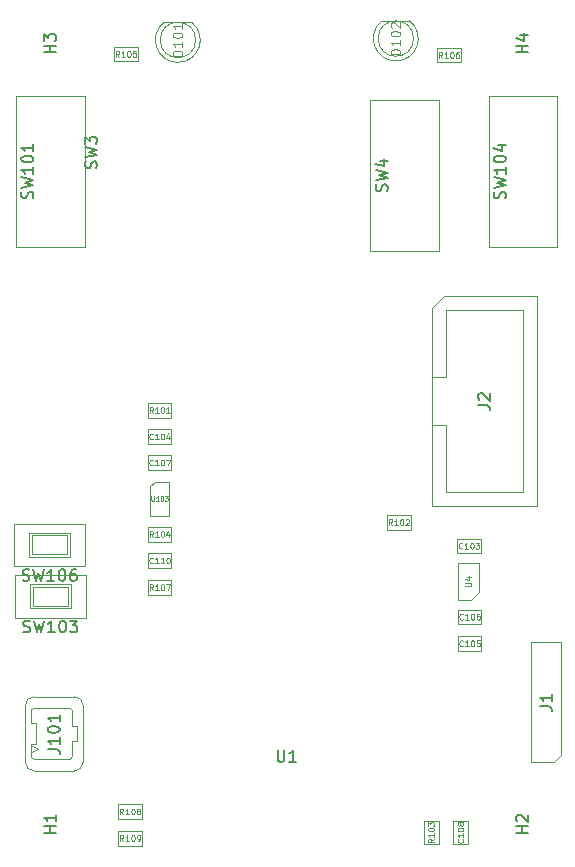
<source format=gbr>
%TF.GenerationSoftware,KiCad,Pcbnew,8.0.8*%
%TF.CreationDate,2025-02-01T16:26:25+01:00*%
%TF.ProjectId,Trackball,54726163-6b62-4616-9c6c-2e6b69636164,rev?*%
%TF.SameCoordinates,Original*%
%TF.FileFunction,AssemblyDrawing,Top*%
%FSLAX46Y46*%
G04 Gerber Fmt 4.6, Leading zero omitted, Abs format (unit mm)*
G04 Created by KiCad (PCBNEW 8.0.8) date 2025-02-01 16:26:25*
%MOMM*%
%LPD*%
G01*
G04 APERTURE LIST*
%ADD10C,0.150000*%
%ADD11C,0.075000*%
%ADD12C,0.120000*%
%ADD13C,0.080000*%
%ADD14C,0.060000*%
%ADD15C,0.100000*%
G04 APERTURE END LIST*
D10*
X121552200Y-34355713D02*
X121599819Y-34212856D01*
X121599819Y-34212856D02*
X121599819Y-33974761D01*
X121599819Y-33974761D02*
X121552200Y-33879523D01*
X121552200Y-33879523D02*
X121504580Y-33831904D01*
X121504580Y-33831904D02*
X121409342Y-33784285D01*
X121409342Y-33784285D02*
X121314104Y-33784285D01*
X121314104Y-33784285D02*
X121218866Y-33831904D01*
X121218866Y-33831904D02*
X121171247Y-33879523D01*
X121171247Y-33879523D02*
X121123628Y-33974761D01*
X121123628Y-33974761D02*
X121076009Y-34165237D01*
X121076009Y-34165237D02*
X121028390Y-34260475D01*
X121028390Y-34260475D02*
X120980771Y-34308094D01*
X120980771Y-34308094D02*
X120885533Y-34355713D01*
X120885533Y-34355713D02*
X120790295Y-34355713D01*
X120790295Y-34355713D02*
X120695057Y-34308094D01*
X120695057Y-34308094D02*
X120647438Y-34260475D01*
X120647438Y-34260475D02*
X120599819Y-34165237D01*
X120599819Y-34165237D02*
X120599819Y-33927142D01*
X120599819Y-33927142D02*
X120647438Y-33784285D01*
X120599819Y-33450951D02*
X121599819Y-33212856D01*
X121599819Y-33212856D02*
X120885533Y-33022380D01*
X120885533Y-33022380D02*
X121599819Y-32831904D01*
X121599819Y-32831904D02*
X120599819Y-32593809D01*
X121599819Y-31689047D02*
X121599819Y-32260475D01*
X121599819Y-31974761D02*
X120599819Y-31974761D01*
X120599819Y-31974761D02*
X120742676Y-32069999D01*
X120742676Y-32069999D02*
X120837914Y-32165237D01*
X120837914Y-32165237D02*
X120885533Y-32260475D01*
X120599819Y-31069999D02*
X120599819Y-30974761D01*
X120599819Y-30974761D02*
X120647438Y-30879523D01*
X120647438Y-30879523D02*
X120695057Y-30831904D01*
X120695057Y-30831904D02*
X120790295Y-30784285D01*
X120790295Y-30784285D02*
X120980771Y-30736666D01*
X120980771Y-30736666D02*
X121218866Y-30736666D01*
X121218866Y-30736666D02*
X121409342Y-30784285D01*
X121409342Y-30784285D02*
X121504580Y-30831904D01*
X121504580Y-30831904D02*
X121552200Y-30879523D01*
X121552200Y-30879523D02*
X121599819Y-30974761D01*
X121599819Y-30974761D02*
X121599819Y-31069999D01*
X121599819Y-31069999D02*
X121552200Y-31165237D01*
X121552200Y-31165237D02*
X121504580Y-31212856D01*
X121504580Y-31212856D02*
X121409342Y-31260475D01*
X121409342Y-31260475D02*
X121218866Y-31308094D01*
X121218866Y-31308094D02*
X120980771Y-31308094D01*
X120980771Y-31308094D02*
X120790295Y-31260475D01*
X120790295Y-31260475D02*
X120695057Y-31212856D01*
X120695057Y-31212856D02*
X120647438Y-31165237D01*
X120647438Y-31165237D02*
X120599819Y-31069999D01*
X120933152Y-29879523D02*
X121599819Y-29879523D01*
X120552200Y-30117618D02*
X121266485Y-30355713D01*
X121266485Y-30355713D02*
X121266485Y-29736666D01*
X111552200Y-33753332D02*
X111599819Y-33610475D01*
X111599819Y-33610475D02*
X111599819Y-33372380D01*
X111599819Y-33372380D02*
X111552200Y-33277142D01*
X111552200Y-33277142D02*
X111504580Y-33229523D01*
X111504580Y-33229523D02*
X111409342Y-33181904D01*
X111409342Y-33181904D02*
X111314104Y-33181904D01*
X111314104Y-33181904D02*
X111218866Y-33229523D01*
X111218866Y-33229523D02*
X111171247Y-33277142D01*
X111171247Y-33277142D02*
X111123628Y-33372380D01*
X111123628Y-33372380D02*
X111076009Y-33562856D01*
X111076009Y-33562856D02*
X111028390Y-33658094D01*
X111028390Y-33658094D02*
X110980771Y-33705713D01*
X110980771Y-33705713D02*
X110885533Y-33753332D01*
X110885533Y-33753332D02*
X110790295Y-33753332D01*
X110790295Y-33753332D02*
X110695057Y-33705713D01*
X110695057Y-33705713D02*
X110647438Y-33658094D01*
X110647438Y-33658094D02*
X110599819Y-33562856D01*
X110599819Y-33562856D02*
X110599819Y-33324761D01*
X110599819Y-33324761D02*
X110647438Y-33181904D01*
X110599819Y-32848570D02*
X111599819Y-32610475D01*
X111599819Y-32610475D02*
X110885533Y-32419999D01*
X110885533Y-32419999D02*
X111599819Y-32229523D01*
X111599819Y-32229523D02*
X110599819Y-31991428D01*
X110933152Y-31181904D02*
X111599819Y-31181904D01*
X110552200Y-31419999D02*
X111266485Y-31658094D01*
X111266485Y-31658094D02*
X111266485Y-31039047D01*
X86957200Y-31803332D02*
X87004819Y-31660475D01*
X87004819Y-31660475D02*
X87004819Y-31422380D01*
X87004819Y-31422380D02*
X86957200Y-31327142D01*
X86957200Y-31327142D02*
X86909580Y-31279523D01*
X86909580Y-31279523D02*
X86814342Y-31231904D01*
X86814342Y-31231904D02*
X86719104Y-31231904D01*
X86719104Y-31231904D02*
X86623866Y-31279523D01*
X86623866Y-31279523D02*
X86576247Y-31327142D01*
X86576247Y-31327142D02*
X86528628Y-31422380D01*
X86528628Y-31422380D02*
X86481009Y-31612856D01*
X86481009Y-31612856D02*
X86433390Y-31708094D01*
X86433390Y-31708094D02*
X86385771Y-31755713D01*
X86385771Y-31755713D02*
X86290533Y-31803332D01*
X86290533Y-31803332D02*
X86195295Y-31803332D01*
X86195295Y-31803332D02*
X86100057Y-31755713D01*
X86100057Y-31755713D02*
X86052438Y-31708094D01*
X86052438Y-31708094D02*
X86004819Y-31612856D01*
X86004819Y-31612856D02*
X86004819Y-31374761D01*
X86004819Y-31374761D02*
X86052438Y-31231904D01*
X86004819Y-30898570D02*
X87004819Y-30660475D01*
X87004819Y-30660475D02*
X86290533Y-30469999D01*
X86290533Y-30469999D02*
X87004819Y-30279523D01*
X87004819Y-30279523D02*
X86004819Y-30041428D01*
X86004819Y-29755713D02*
X86004819Y-29136666D01*
X86004819Y-29136666D02*
X86385771Y-29469999D01*
X86385771Y-29469999D02*
X86385771Y-29327142D01*
X86385771Y-29327142D02*
X86433390Y-29231904D01*
X86433390Y-29231904D02*
X86481009Y-29184285D01*
X86481009Y-29184285D02*
X86576247Y-29136666D01*
X86576247Y-29136666D02*
X86814342Y-29136666D01*
X86814342Y-29136666D02*
X86909580Y-29184285D01*
X86909580Y-29184285D02*
X86957200Y-29231904D01*
X86957200Y-29231904D02*
X87004819Y-29327142D01*
X87004819Y-29327142D02*
X87004819Y-29612856D01*
X87004819Y-29612856D02*
X86957200Y-29708094D01*
X86957200Y-29708094D02*
X86909580Y-29755713D01*
X124504819Y-77363333D02*
X125219104Y-77363333D01*
X125219104Y-77363333D02*
X125361961Y-77410952D01*
X125361961Y-77410952D02*
X125457200Y-77506190D01*
X125457200Y-77506190D02*
X125504819Y-77649047D01*
X125504819Y-77649047D02*
X125504819Y-77744285D01*
X125504819Y-76363333D02*
X125504819Y-76934761D01*
X125504819Y-76649047D02*
X124504819Y-76649047D01*
X124504819Y-76649047D02*
X124647676Y-76744285D01*
X124647676Y-76744285D02*
X124742914Y-76839523D01*
X124742914Y-76839523D02*
X124790533Y-76934761D01*
X123504819Y-22011904D02*
X122504819Y-22011904D01*
X122981009Y-22011904D02*
X122981009Y-21440476D01*
X123504819Y-21440476D02*
X122504819Y-21440476D01*
X122838152Y-20535714D02*
X123504819Y-20535714D01*
X122457200Y-20773809D02*
X123171485Y-21011904D01*
X123171485Y-21011904D02*
X123171485Y-20392857D01*
D11*
X118177409Y-67180952D02*
X118582171Y-67180952D01*
X118582171Y-67180952D02*
X118629790Y-67157142D01*
X118629790Y-67157142D02*
X118653600Y-67133333D01*
X118653600Y-67133333D02*
X118677409Y-67085714D01*
X118677409Y-67085714D02*
X118677409Y-66990476D01*
X118677409Y-66990476D02*
X118653600Y-66942857D01*
X118653600Y-66942857D02*
X118629790Y-66919047D01*
X118629790Y-66919047D02*
X118582171Y-66895238D01*
X118582171Y-66895238D02*
X118177409Y-66895238D01*
X118344076Y-66442856D02*
X118677409Y-66442856D01*
X118153600Y-66561904D02*
X118510742Y-66680951D01*
X118510742Y-66680951D02*
X118510742Y-66371428D01*
D10*
X83504819Y-22011904D02*
X82504819Y-22011904D01*
X82981009Y-22011904D02*
X82981009Y-21440476D01*
X83504819Y-21440476D02*
X82504819Y-21440476D01*
X82504819Y-21059523D02*
X82504819Y-20440476D01*
X82504819Y-20440476D02*
X82885771Y-20773809D01*
X82885771Y-20773809D02*
X82885771Y-20630952D01*
X82885771Y-20630952D02*
X82933390Y-20535714D01*
X82933390Y-20535714D02*
X82981009Y-20488095D01*
X82981009Y-20488095D02*
X83076247Y-20440476D01*
X83076247Y-20440476D02*
X83314342Y-20440476D01*
X83314342Y-20440476D02*
X83409580Y-20488095D01*
X83409580Y-20488095D02*
X83457200Y-20535714D01*
X83457200Y-20535714D02*
X83504819Y-20630952D01*
X83504819Y-20630952D02*
X83504819Y-20916666D01*
X83504819Y-20916666D02*
X83457200Y-21011904D01*
X83457200Y-21011904D02*
X83409580Y-21059523D01*
X123504819Y-88111904D02*
X122504819Y-88111904D01*
X122981009Y-88111904D02*
X122981009Y-87540476D01*
X123504819Y-87540476D02*
X122504819Y-87540476D01*
X122600057Y-87111904D02*
X122552438Y-87064285D01*
X122552438Y-87064285D02*
X122504819Y-86969047D01*
X122504819Y-86969047D02*
X122504819Y-86730952D01*
X122504819Y-86730952D02*
X122552438Y-86635714D01*
X122552438Y-86635714D02*
X122600057Y-86588095D01*
X122600057Y-86588095D02*
X122695295Y-86540476D01*
X122695295Y-86540476D02*
X122790533Y-86540476D01*
X122790533Y-86540476D02*
X122933390Y-86588095D01*
X122933390Y-86588095D02*
X123504819Y-87159523D01*
X123504819Y-87159523D02*
X123504819Y-86540476D01*
X83504819Y-88111904D02*
X82504819Y-88111904D01*
X82981009Y-88111904D02*
X82981009Y-87540476D01*
X83504819Y-87540476D02*
X82504819Y-87540476D01*
X83504819Y-86540476D02*
X83504819Y-87111904D01*
X83504819Y-86826190D02*
X82504819Y-86826190D01*
X82504819Y-86826190D02*
X82647676Y-86921428D01*
X82647676Y-86921428D02*
X82742914Y-87016666D01*
X82742914Y-87016666D02*
X82790533Y-87111904D01*
X119274819Y-51863333D02*
X119989104Y-51863333D01*
X119989104Y-51863333D02*
X120131961Y-51910952D01*
X120131961Y-51910952D02*
X120227200Y-52006190D01*
X120227200Y-52006190D02*
X120274819Y-52149047D01*
X120274819Y-52149047D02*
X120274819Y-52244285D01*
X119370057Y-51434761D02*
X119322438Y-51387142D01*
X119322438Y-51387142D02*
X119274819Y-51291904D01*
X119274819Y-51291904D02*
X119274819Y-51053809D01*
X119274819Y-51053809D02*
X119322438Y-50958571D01*
X119322438Y-50958571D02*
X119370057Y-50910952D01*
X119370057Y-50910952D02*
X119465295Y-50863333D01*
X119465295Y-50863333D02*
X119560533Y-50863333D01*
X119560533Y-50863333D02*
X119703390Y-50910952D01*
X119703390Y-50910952D02*
X120274819Y-51482380D01*
X120274819Y-51482380D02*
X120274819Y-50863333D01*
D12*
X112663855Y-22182380D02*
X111863855Y-22182380D01*
X111863855Y-22182380D02*
X111863855Y-21991904D01*
X111863855Y-21991904D02*
X111901950Y-21877618D01*
X111901950Y-21877618D02*
X111978140Y-21801428D01*
X111978140Y-21801428D02*
X112054331Y-21763333D01*
X112054331Y-21763333D02*
X112206712Y-21725237D01*
X112206712Y-21725237D02*
X112320998Y-21725237D01*
X112320998Y-21725237D02*
X112473379Y-21763333D01*
X112473379Y-21763333D02*
X112549569Y-21801428D01*
X112549569Y-21801428D02*
X112625760Y-21877618D01*
X112625760Y-21877618D02*
X112663855Y-21991904D01*
X112663855Y-21991904D02*
X112663855Y-22182380D01*
X112663855Y-20963333D02*
X112663855Y-21420476D01*
X112663855Y-21191904D02*
X111863855Y-21191904D01*
X111863855Y-21191904D02*
X111978140Y-21268095D01*
X111978140Y-21268095D02*
X112054331Y-21344285D01*
X112054331Y-21344285D02*
X112092426Y-21420476D01*
X111863855Y-20468094D02*
X111863855Y-20391904D01*
X111863855Y-20391904D02*
X111901950Y-20315713D01*
X111901950Y-20315713D02*
X111940045Y-20277618D01*
X111940045Y-20277618D02*
X112016236Y-20239523D01*
X112016236Y-20239523D02*
X112168617Y-20201428D01*
X112168617Y-20201428D02*
X112359093Y-20201428D01*
X112359093Y-20201428D02*
X112511474Y-20239523D01*
X112511474Y-20239523D02*
X112587664Y-20277618D01*
X112587664Y-20277618D02*
X112625760Y-20315713D01*
X112625760Y-20315713D02*
X112663855Y-20391904D01*
X112663855Y-20391904D02*
X112663855Y-20468094D01*
X112663855Y-20468094D02*
X112625760Y-20544285D01*
X112625760Y-20544285D02*
X112587664Y-20582380D01*
X112587664Y-20582380D02*
X112511474Y-20620475D01*
X112511474Y-20620475D02*
X112359093Y-20658571D01*
X112359093Y-20658571D02*
X112168617Y-20658571D01*
X112168617Y-20658571D02*
X112016236Y-20620475D01*
X112016236Y-20620475D02*
X111940045Y-20582380D01*
X111940045Y-20582380D02*
X111901950Y-20544285D01*
X111901950Y-20544285D02*
X111863855Y-20468094D01*
X111940045Y-19896666D02*
X111901950Y-19858570D01*
X111901950Y-19858570D02*
X111863855Y-19782380D01*
X111863855Y-19782380D02*
X111863855Y-19591904D01*
X111863855Y-19591904D02*
X111901950Y-19515713D01*
X111901950Y-19515713D02*
X111940045Y-19477618D01*
X111940045Y-19477618D02*
X112016236Y-19439523D01*
X112016236Y-19439523D02*
X112092426Y-19439523D01*
X112092426Y-19439523D02*
X112206712Y-19477618D01*
X112206712Y-19477618D02*
X112663855Y-19934761D01*
X112663855Y-19934761D02*
X112663855Y-19439523D01*
D10*
X102288095Y-81054819D02*
X102288095Y-81864342D01*
X102288095Y-81864342D02*
X102335714Y-81959580D01*
X102335714Y-81959580D02*
X102383333Y-82007200D01*
X102383333Y-82007200D02*
X102478571Y-82054819D01*
X102478571Y-82054819D02*
X102669047Y-82054819D01*
X102669047Y-82054819D02*
X102764285Y-82007200D01*
X102764285Y-82007200D02*
X102811904Y-81959580D01*
X102811904Y-81959580D02*
X102859523Y-81864342D01*
X102859523Y-81864342D02*
X102859523Y-81054819D01*
X103859523Y-82054819D02*
X103288095Y-82054819D01*
X103573809Y-82054819D02*
X103573809Y-81054819D01*
X103573809Y-81054819D02*
X103478571Y-81197676D01*
X103478571Y-81197676D02*
X103383333Y-81292914D01*
X103383333Y-81292914D02*
X103288095Y-81340533D01*
D13*
X91740476Y-54729530D02*
X91716667Y-54753340D01*
X91716667Y-54753340D02*
X91645238Y-54777149D01*
X91645238Y-54777149D02*
X91597619Y-54777149D01*
X91597619Y-54777149D02*
X91526191Y-54753340D01*
X91526191Y-54753340D02*
X91478572Y-54705720D01*
X91478572Y-54705720D02*
X91454762Y-54658101D01*
X91454762Y-54658101D02*
X91430953Y-54562863D01*
X91430953Y-54562863D02*
X91430953Y-54491435D01*
X91430953Y-54491435D02*
X91454762Y-54396197D01*
X91454762Y-54396197D02*
X91478572Y-54348578D01*
X91478572Y-54348578D02*
X91526191Y-54300959D01*
X91526191Y-54300959D02*
X91597619Y-54277149D01*
X91597619Y-54277149D02*
X91645238Y-54277149D01*
X91645238Y-54277149D02*
X91716667Y-54300959D01*
X91716667Y-54300959D02*
X91740476Y-54324768D01*
X92216667Y-54777149D02*
X91930953Y-54777149D01*
X92073810Y-54777149D02*
X92073810Y-54277149D01*
X92073810Y-54277149D02*
X92026191Y-54348578D01*
X92026191Y-54348578D02*
X91978572Y-54396197D01*
X91978572Y-54396197D02*
X91930953Y-54420006D01*
X92526190Y-54277149D02*
X92573809Y-54277149D01*
X92573809Y-54277149D02*
X92621428Y-54300959D01*
X92621428Y-54300959D02*
X92645238Y-54324768D01*
X92645238Y-54324768D02*
X92669047Y-54372387D01*
X92669047Y-54372387D02*
X92692857Y-54467625D01*
X92692857Y-54467625D02*
X92692857Y-54586673D01*
X92692857Y-54586673D02*
X92669047Y-54681911D01*
X92669047Y-54681911D02*
X92645238Y-54729530D01*
X92645238Y-54729530D02*
X92621428Y-54753340D01*
X92621428Y-54753340D02*
X92573809Y-54777149D01*
X92573809Y-54777149D02*
X92526190Y-54777149D01*
X92526190Y-54777149D02*
X92478571Y-54753340D01*
X92478571Y-54753340D02*
X92454762Y-54729530D01*
X92454762Y-54729530D02*
X92430952Y-54681911D01*
X92430952Y-54681911D02*
X92407143Y-54586673D01*
X92407143Y-54586673D02*
X92407143Y-54467625D01*
X92407143Y-54467625D02*
X92430952Y-54372387D01*
X92430952Y-54372387D02*
X92454762Y-54324768D01*
X92454762Y-54324768D02*
X92478571Y-54300959D01*
X92478571Y-54300959D02*
X92526190Y-54277149D01*
X93121428Y-54443816D02*
X93121428Y-54777149D01*
X93002380Y-54253340D02*
X92883333Y-54610482D01*
X92883333Y-54610482D02*
X93192856Y-54610482D01*
D10*
X80764286Y-71057200D02*
X80907143Y-71104819D01*
X80907143Y-71104819D02*
X81145238Y-71104819D01*
X81145238Y-71104819D02*
X81240476Y-71057200D01*
X81240476Y-71057200D02*
X81288095Y-71009580D01*
X81288095Y-71009580D02*
X81335714Y-70914342D01*
X81335714Y-70914342D02*
X81335714Y-70819104D01*
X81335714Y-70819104D02*
X81288095Y-70723866D01*
X81288095Y-70723866D02*
X81240476Y-70676247D01*
X81240476Y-70676247D02*
X81145238Y-70628628D01*
X81145238Y-70628628D02*
X80954762Y-70581009D01*
X80954762Y-70581009D02*
X80859524Y-70533390D01*
X80859524Y-70533390D02*
X80811905Y-70485771D01*
X80811905Y-70485771D02*
X80764286Y-70390533D01*
X80764286Y-70390533D02*
X80764286Y-70295295D01*
X80764286Y-70295295D02*
X80811905Y-70200057D01*
X80811905Y-70200057D02*
X80859524Y-70152438D01*
X80859524Y-70152438D02*
X80954762Y-70104819D01*
X80954762Y-70104819D02*
X81192857Y-70104819D01*
X81192857Y-70104819D02*
X81335714Y-70152438D01*
X81669048Y-70104819D02*
X81907143Y-71104819D01*
X81907143Y-71104819D02*
X82097619Y-70390533D01*
X82097619Y-70390533D02*
X82288095Y-71104819D01*
X82288095Y-71104819D02*
X82526191Y-70104819D01*
X83430952Y-71104819D02*
X82859524Y-71104819D01*
X83145238Y-71104819D02*
X83145238Y-70104819D01*
X83145238Y-70104819D02*
X83050000Y-70247676D01*
X83050000Y-70247676D02*
X82954762Y-70342914D01*
X82954762Y-70342914D02*
X82859524Y-70390533D01*
X84050000Y-70104819D02*
X84145238Y-70104819D01*
X84145238Y-70104819D02*
X84240476Y-70152438D01*
X84240476Y-70152438D02*
X84288095Y-70200057D01*
X84288095Y-70200057D02*
X84335714Y-70295295D01*
X84335714Y-70295295D02*
X84383333Y-70485771D01*
X84383333Y-70485771D02*
X84383333Y-70723866D01*
X84383333Y-70723866D02*
X84335714Y-70914342D01*
X84335714Y-70914342D02*
X84288095Y-71009580D01*
X84288095Y-71009580D02*
X84240476Y-71057200D01*
X84240476Y-71057200D02*
X84145238Y-71104819D01*
X84145238Y-71104819D02*
X84050000Y-71104819D01*
X84050000Y-71104819D02*
X83954762Y-71057200D01*
X83954762Y-71057200D02*
X83907143Y-71009580D01*
X83907143Y-71009580D02*
X83859524Y-70914342D01*
X83859524Y-70914342D02*
X83811905Y-70723866D01*
X83811905Y-70723866D02*
X83811905Y-70485771D01*
X83811905Y-70485771D02*
X83859524Y-70295295D01*
X83859524Y-70295295D02*
X83907143Y-70200057D01*
X83907143Y-70200057D02*
X83954762Y-70152438D01*
X83954762Y-70152438D02*
X84050000Y-70104819D01*
X84716667Y-70104819D02*
X85335714Y-70104819D01*
X85335714Y-70104819D02*
X85002381Y-70485771D01*
X85002381Y-70485771D02*
X85145238Y-70485771D01*
X85145238Y-70485771D02*
X85240476Y-70533390D01*
X85240476Y-70533390D02*
X85288095Y-70581009D01*
X85288095Y-70581009D02*
X85335714Y-70676247D01*
X85335714Y-70676247D02*
X85335714Y-70914342D01*
X85335714Y-70914342D02*
X85288095Y-71009580D01*
X85288095Y-71009580D02*
X85240476Y-71057200D01*
X85240476Y-71057200D02*
X85145238Y-71104819D01*
X85145238Y-71104819D02*
X84859524Y-71104819D01*
X84859524Y-71104819D02*
X84764286Y-71057200D01*
X84764286Y-71057200D02*
X84716667Y-71009580D01*
X80714286Y-66707200D02*
X80857143Y-66754819D01*
X80857143Y-66754819D02*
X81095238Y-66754819D01*
X81095238Y-66754819D02*
X81190476Y-66707200D01*
X81190476Y-66707200D02*
X81238095Y-66659580D01*
X81238095Y-66659580D02*
X81285714Y-66564342D01*
X81285714Y-66564342D02*
X81285714Y-66469104D01*
X81285714Y-66469104D02*
X81238095Y-66373866D01*
X81238095Y-66373866D02*
X81190476Y-66326247D01*
X81190476Y-66326247D02*
X81095238Y-66278628D01*
X81095238Y-66278628D02*
X80904762Y-66231009D01*
X80904762Y-66231009D02*
X80809524Y-66183390D01*
X80809524Y-66183390D02*
X80761905Y-66135771D01*
X80761905Y-66135771D02*
X80714286Y-66040533D01*
X80714286Y-66040533D02*
X80714286Y-65945295D01*
X80714286Y-65945295D02*
X80761905Y-65850057D01*
X80761905Y-65850057D02*
X80809524Y-65802438D01*
X80809524Y-65802438D02*
X80904762Y-65754819D01*
X80904762Y-65754819D02*
X81142857Y-65754819D01*
X81142857Y-65754819D02*
X81285714Y-65802438D01*
X81619048Y-65754819D02*
X81857143Y-66754819D01*
X81857143Y-66754819D02*
X82047619Y-66040533D01*
X82047619Y-66040533D02*
X82238095Y-66754819D01*
X82238095Y-66754819D02*
X82476191Y-65754819D01*
X83380952Y-66754819D02*
X82809524Y-66754819D01*
X83095238Y-66754819D02*
X83095238Y-65754819D01*
X83095238Y-65754819D02*
X83000000Y-65897676D01*
X83000000Y-65897676D02*
X82904762Y-65992914D01*
X82904762Y-65992914D02*
X82809524Y-66040533D01*
X84000000Y-65754819D02*
X84095238Y-65754819D01*
X84095238Y-65754819D02*
X84190476Y-65802438D01*
X84190476Y-65802438D02*
X84238095Y-65850057D01*
X84238095Y-65850057D02*
X84285714Y-65945295D01*
X84285714Y-65945295D02*
X84333333Y-66135771D01*
X84333333Y-66135771D02*
X84333333Y-66373866D01*
X84333333Y-66373866D02*
X84285714Y-66564342D01*
X84285714Y-66564342D02*
X84238095Y-66659580D01*
X84238095Y-66659580D02*
X84190476Y-66707200D01*
X84190476Y-66707200D02*
X84095238Y-66754819D01*
X84095238Y-66754819D02*
X84000000Y-66754819D01*
X84000000Y-66754819D02*
X83904762Y-66707200D01*
X83904762Y-66707200D02*
X83857143Y-66659580D01*
X83857143Y-66659580D02*
X83809524Y-66564342D01*
X83809524Y-66564342D02*
X83761905Y-66373866D01*
X83761905Y-66373866D02*
X83761905Y-66135771D01*
X83761905Y-66135771D02*
X83809524Y-65945295D01*
X83809524Y-65945295D02*
X83857143Y-65850057D01*
X83857143Y-65850057D02*
X83904762Y-65802438D01*
X83904762Y-65802438D02*
X84000000Y-65754819D01*
X85190476Y-65754819D02*
X85000000Y-65754819D01*
X85000000Y-65754819D02*
X84904762Y-65802438D01*
X84904762Y-65802438D02*
X84857143Y-65850057D01*
X84857143Y-65850057D02*
X84761905Y-65992914D01*
X84761905Y-65992914D02*
X84714286Y-66183390D01*
X84714286Y-66183390D02*
X84714286Y-66564342D01*
X84714286Y-66564342D02*
X84761905Y-66659580D01*
X84761905Y-66659580D02*
X84809524Y-66707200D01*
X84809524Y-66707200D02*
X84904762Y-66754819D01*
X84904762Y-66754819D02*
X85095238Y-66754819D01*
X85095238Y-66754819D02*
X85190476Y-66707200D01*
X85190476Y-66707200D02*
X85238095Y-66659580D01*
X85238095Y-66659580D02*
X85285714Y-66564342D01*
X85285714Y-66564342D02*
X85285714Y-66326247D01*
X85285714Y-66326247D02*
X85238095Y-66231009D01*
X85238095Y-66231009D02*
X85190476Y-66183390D01*
X85190476Y-66183390D02*
X85095238Y-66135771D01*
X85095238Y-66135771D02*
X84904762Y-66135771D01*
X84904762Y-66135771D02*
X84809524Y-66183390D01*
X84809524Y-66183390D02*
X84761905Y-66231009D01*
X84761905Y-66231009D02*
X84714286Y-66326247D01*
D13*
X117990476Y-72229530D02*
X117966667Y-72253340D01*
X117966667Y-72253340D02*
X117895238Y-72277149D01*
X117895238Y-72277149D02*
X117847619Y-72277149D01*
X117847619Y-72277149D02*
X117776191Y-72253340D01*
X117776191Y-72253340D02*
X117728572Y-72205720D01*
X117728572Y-72205720D02*
X117704762Y-72158101D01*
X117704762Y-72158101D02*
X117680953Y-72062863D01*
X117680953Y-72062863D02*
X117680953Y-71991435D01*
X117680953Y-71991435D02*
X117704762Y-71896197D01*
X117704762Y-71896197D02*
X117728572Y-71848578D01*
X117728572Y-71848578D02*
X117776191Y-71800959D01*
X117776191Y-71800959D02*
X117847619Y-71777149D01*
X117847619Y-71777149D02*
X117895238Y-71777149D01*
X117895238Y-71777149D02*
X117966667Y-71800959D01*
X117966667Y-71800959D02*
X117990476Y-71824768D01*
X118466667Y-72277149D02*
X118180953Y-72277149D01*
X118323810Y-72277149D02*
X118323810Y-71777149D01*
X118323810Y-71777149D02*
X118276191Y-71848578D01*
X118276191Y-71848578D02*
X118228572Y-71896197D01*
X118228572Y-71896197D02*
X118180953Y-71920006D01*
X118776190Y-71777149D02*
X118823809Y-71777149D01*
X118823809Y-71777149D02*
X118871428Y-71800959D01*
X118871428Y-71800959D02*
X118895238Y-71824768D01*
X118895238Y-71824768D02*
X118919047Y-71872387D01*
X118919047Y-71872387D02*
X118942857Y-71967625D01*
X118942857Y-71967625D02*
X118942857Y-72086673D01*
X118942857Y-72086673D02*
X118919047Y-72181911D01*
X118919047Y-72181911D02*
X118895238Y-72229530D01*
X118895238Y-72229530D02*
X118871428Y-72253340D01*
X118871428Y-72253340D02*
X118823809Y-72277149D01*
X118823809Y-72277149D02*
X118776190Y-72277149D01*
X118776190Y-72277149D02*
X118728571Y-72253340D01*
X118728571Y-72253340D02*
X118704762Y-72229530D01*
X118704762Y-72229530D02*
X118680952Y-72181911D01*
X118680952Y-72181911D02*
X118657143Y-72086673D01*
X118657143Y-72086673D02*
X118657143Y-71967625D01*
X118657143Y-71967625D02*
X118680952Y-71872387D01*
X118680952Y-71872387D02*
X118704762Y-71824768D01*
X118704762Y-71824768D02*
X118728571Y-71800959D01*
X118728571Y-71800959D02*
X118776190Y-71777149D01*
X119395237Y-71777149D02*
X119157142Y-71777149D01*
X119157142Y-71777149D02*
X119133333Y-72015244D01*
X119133333Y-72015244D02*
X119157142Y-71991435D01*
X119157142Y-71991435D02*
X119204761Y-71967625D01*
X119204761Y-71967625D02*
X119323809Y-71967625D01*
X119323809Y-71967625D02*
X119371428Y-71991435D01*
X119371428Y-71991435D02*
X119395237Y-72015244D01*
X119395237Y-72015244D02*
X119419047Y-72062863D01*
X119419047Y-72062863D02*
X119419047Y-72181911D01*
X119419047Y-72181911D02*
X119395237Y-72229530D01*
X119395237Y-72229530D02*
X119371428Y-72253340D01*
X119371428Y-72253340D02*
X119323809Y-72277149D01*
X119323809Y-72277149D02*
X119204761Y-72277149D01*
X119204761Y-72277149D02*
X119157142Y-72253340D01*
X119157142Y-72253340D02*
X119133333Y-72229530D01*
D10*
X82829819Y-80985714D02*
X83544104Y-80985714D01*
X83544104Y-80985714D02*
X83686961Y-81033333D01*
X83686961Y-81033333D02*
X83782200Y-81128571D01*
X83782200Y-81128571D02*
X83829819Y-81271428D01*
X83829819Y-81271428D02*
X83829819Y-81366666D01*
X83829819Y-79985714D02*
X83829819Y-80557142D01*
X83829819Y-80271428D02*
X82829819Y-80271428D01*
X82829819Y-80271428D02*
X82972676Y-80366666D01*
X82972676Y-80366666D02*
X83067914Y-80461904D01*
X83067914Y-80461904D02*
X83115533Y-80557142D01*
X82829819Y-79366666D02*
X82829819Y-79271428D01*
X82829819Y-79271428D02*
X82877438Y-79176190D01*
X82877438Y-79176190D02*
X82925057Y-79128571D01*
X82925057Y-79128571D02*
X83020295Y-79080952D01*
X83020295Y-79080952D02*
X83210771Y-79033333D01*
X83210771Y-79033333D02*
X83448866Y-79033333D01*
X83448866Y-79033333D02*
X83639342Y-79080952D01*
X83639342Y-79080952D02*
X83734580Y-79128571D01*
X83734580Y-79128571D02*
X83782200Y-79176190D01*
X83782200Y-79176190D02*
X83829819Y-79271428D01*
X83829819Y-79271428D02*
X83829819Y-79366666D01*
X83829819Y-79366666D02*
X83782200Y-79461904D01*
X83782200Y-79461904D02*
X83734580Y-79509523D01*
X83734580Y-79509523D02*
X83639342Y-79557142D01*
X83639342Y-79557142D02*
X83448866Y-79604761D01*
X83448866Y-79604761D02*
X83210771Y-79604761D01*
X83210771Y-79604761D02*
X83020295Y-79557142D01*
X83020295Y-79557142D02*
X82925057Y-79509523D01*
X82925057Y-79509523D02*
X82877438Y-79461904D01*
X82877438Y-79461904D02*
X82829819Y-79366666D01*
X83829819Y-78080952D02*
X83829819Y-78652380D01*
X83829819Y-78366666D02*
X82829819Y-78366666D01*
X82829819Y-78366666D02*
X82972676Y-78461904D01*
X82972676Y-78461904D02*
X83067914Y-78557142D01*
X83067914Y-78557142D02*
X83115533Y-78652380D01*
D13*
X89240476Y-86527149D02*
X89073810Y-86289054D01*
X88954762Y-86527149D02*
X88954762Y-86027149D01*
X88954762Y-86027149D02*
X89145238Y-86027149D01*
X89145238Y-86027149D02*
X89192857Y-86050959D01*
X89192857Y-86050959D02*
X89216667Y-86074768D01*
X89216667Y-86074768D02*
X89240476Y-86122387D01*
X89240476Y-86122387D02*
X89240476Y-86193816D01*
X89240476Y-86193816D02*
X89216667Y-86241435D01*
X89216667Y-86241435D02*
X89192857Y-86265244D01*
X89192857Y-86265244D02*
X89145238Y-86289054D01*
X89145238Y-86289054D02*
X88954762Y-86289054D01*
X89716667Y-86527149D02*
X89430953Y-86527149D01*
X89573810Y-86527149D02*
X89573810Y-86027149D01*
X89573810Y-86027149D02*
X89526191Y-86098578D01*
X89526191Y-86098578D02*
X89478572Y-86146197D01*
X89478572Y-86146197D02*
X89430953Y-86170006D01*
X90026190Y-86027149D02*
X90073809Y-86027149D01*
X90073809Y-86027149D02*
X90121428Y-86050959D01*
X90121428Y-86050959D02*
X90145238Y-86074768D01*
X90145238Y-86074768D02*
X90169047Y-86122387D01*
X90169047Y-86122387D02*
X90192857Y-86217625D01*
X90192857Y-86217625D02*
X90192857Y-86336673D01*
X90192857Y-86336673D02*
X90169047Y-86431911D01*
X90169047Y-86431911D02*
X90145238Y-86479530D01*
X90145238Y-86479530D02*
X90121428Y-86503340D01*
X90121428Y-86503340D02*
X90073809Y-86527149D01*
X90073809Y-86527149D02*
X90026190Y-86527149D01*
X90026190Y-86527149D02*
X89978571Y-86503340D01*
X89978571Y-86503340D02*
X89954762Y-86479530D01*
X89954762Y-86479530D02*
X89930952Y-86431911D01*
X89930952Y-86431911D02*
X89907143Y-86336673D01*
X89907143Y-86336673D02*
X89907143Y-86217625D01*
X89907143Y-86217625D02*
X89930952Y-86122387D01*
X89930952Y-86122387D02*
X89954762Y-86074768D01*
X89954762Y-86074768D02*
X89978571Y-86050959D01*
X89978571Y-86050959D02*
X90026190Y-86027149D01*
X90478571Y-86241435D02*
X90430952Y-86217625D01*
X90430952Y-86217625D02*
X90407142Y-86193816D01*
X90407142Y-86193816D02*
X90383333Y-86146197D01*
X90383333Y-86146197D02*
X90383333Y-86122387D01*
X90383333Y-86122387D02*
X90407142Y-86074768D01*
X90407142Y-86074768D02*
X90430952Y-86050959D01*
X90430952Y-86050959D02*
X90478571Y-86027149D01*
X90478571Y-86027149D02*
X90573809Y-86027149D01*
X90573809Y-86027149D02*
X90621428Y-86050959D01*
X90621428Y-86050959D02*
X90645237Y-86074768D01*
X90645237Y-86074768D02*
X90669047Y-86122387D01*
X90669047Y-86122387D02*
X90669047Y-86146197D01*
X90669047Y-86146197D02*
X90645237Y-86193816D01*
X90645237Y-86193816D02*
X90621428Y-86217625D01*
X90621428Y-86217625D02*
X90573809Y-86241435D01*
X90573809Y-86241435D02*
X90478571Y-86241435D01*
X90478571Y-86241435D02*
X90430952Y-86265244D01*
X90430952Y-86265244D02*
X90407142Y-86289054D01*
X90407142Y-86289054D02*
X90383333Y-86336673D01*
X90383333Y-86336673D02*
X90383333Y-86431911D01*
X90383333Y-86431911D02*
X90407142Y-86479530D01*
X90407142Y-86479530D02*
X90430952Y-86503340D01*
X90430952Y-86503340D02*
X90478571Y-86527149D01*
X90478571Y-86527149D02*
X90573809Y-86527149D01*
X90573809Y-86527149D02*
X90621428Y-86503340D01*
X90621428Y-86503340D02*
X90645237Y-86479530D01*
X90645237Y-86479530D02*
X90669047Y-86431911D01*
X90669047Y-86431911D02*
X90669047Y-86336673D01*
X90669047Y-86336673D02*
X90645237Y-86289054D01*
X90645237Y-86289054D02*
X90621428Y-86265244D01*
X90621428Y-86265244D02*
X90573809Y-86241435D01*
X117979530Y-88609523D02*
X118003340Y-88633332D01*
X118003340Y-88633332D02*
X118027149Y-88704761D01*
X118027149Y-88704761D02*
X118027149Y-88752380D01*
X118027149Y-88752380D02*
X118003340Y-88823808D01*
X118003340Y-88823808D02*
X117955720Y-88871427D01*
X117955720Y-88871427D02*
X117908101Y-88895237D01*
X117908101Y-88895237D02*
X117812863Y-88919046D01*
X117812863Y-88919046D02*
X117741435Y-88919046D01*
X117741435Y-88919046D02*
X117646197Y-88895237D01*
X117646197Y-88895237D02*
X117598578Y-88871427D01*
X117598578Y-88871427D02*
X117550959Y-88823808D01*
X117550959Y-88823808D02*
X117527149Y-88752380D01*
X117527149Y-88752380D02*
X117527149Y-88704761D01*
X117527149Y-88704761D02*
X117550959Y-88633332D01*
X117550959Y-88633332D02*
X117574768Y-88609523D01*
X118027149Y-88133332D02*
X118027149Y-88419046D01*
X118027149Y-88276189D02*
X117527149Y-88276189D01*
X117527149Y-88276189D02*
X117598578Y-88323808D01*
X117598578Y-88323808D02*
X117646197Y-88371427D01*
X117646197Y-88371427D02*
X117670006Y-88419046D01*
X117527149Y-87823809D02*
X117527149Y-87776190D01*
X117527149Y-87776190D02*
X117550959Y-87728571D01*
X117550959Y-87728571D02*
X117574768Y-87704761D01*
X117574768Y-87704761D02*
X117622387Y-87680952D01*
X117622387Y-87680952D02*
X117717625Y-87657142D01*
X117717625Y-87657142D02*
X117836673Y-87657142D01*
X117836673Y-87657142D02*
X117931911Y-87680952D01*
X117931911Y-87680952D02*
X117979530Y-87704761D01*
X117979530Y-87704761D02*
X118003340Y-87728571D01*
X118003340Y-87728571D02*
X118027149Y-87776190D01*
X118027149Y-87776190D02*
X118027149Y-87823809D01*
X118027149Y-87823809D02*
X118003340Y-87871428D01*
X118003340Y-87871428D02*
X117979530Y-87895237D01*
X117979530Y-87895237D02*
X117931911Y-87919047D01*
X117931911Y-87919047D02*
X117836673Y-87942856D01*
X117836673Y-87942856D02*
X117717625Y-87942856D01*
X117717625Y-87942856D02*
X117622387Y-87919047D01*
X117622387Y-87919047D02*
X117574768Y-87895237D01*
X117574768Y-87895237D02*
X117550959Y-87871428D01*
X117550959Y-87871428D02*
X117527149Y-87823809D01*
X117741435Y-87371428D02*
X117717625Y-87419047D01*
X117717625Y-87419047D02*
X117693816Y-87442857D01*
X117693816Y-87442857D02*
X117646197Y-87466666D01*
X117646197Y-87466666D02*
X117622387Y-87466666D01*
X117622387Y-87466666D02*
X117574768Y-87442857D01*
X117574768Y-87442857D02*
X117550959Y-87419047D01*
X117550959Y-87419047D02*
X117527149Y-87371428D01*
X117527149Y-87371428D02*
X117527149Y-87276190D01*
X117527149Y-87276190D02*
X117550959Y-87228571D01*
X117550959Y-87228571D02*
X117574768Y-87204762D01*
X117574768Y-87204762D02*
X117622387Y-87180952D01*
X117622387Y-87180952D02*
X117646197Y-87180952D01*
X117646197Y-87180952D02*
X117693816Y-87204762D01*
X117693816Y-87204762D02*
X117717625Y-87228571D01*
X117717625Y-87228571D02*
X117741435Y-87276190D01*
X117741435Y-87276190D02*
X117741435Y-87371428D01*
X117741435Y-87371428D02*
X117765244Y-87419047D01*
X117765244Y-87419047D02*
X117789054Y-87442857D01*
X117789054Y-87442857D02*
X117836673Y-87466666D01*
X117836673Y-87466666D02*
X117931911Y-87466666D01*
X117931911Y-87466666D02*
X117979530Y-87442857D01*
X117979530Y-87442857D02*
X118003340Y-87419047D01*
X118003340Y-87419047D02*
X118027149Y-87371428D01*
X118027149Y-87371428D02*
X118027149Y-87276190D01*
X118027149Y-87276190D02*
X118003340Y-87228571D01*
X118003340Y-87228571D02*
X117979530Y-87204762D01*
X117979530Y-87204762D02*
X117931911Y-87180952D01*
X117931911Y-87180952D02*
X117836673Y-87180952D01*
X117836673Y-87180952D02*
X117789054Y-87204762D01*
X117789054Y-87204762D02*
X117765244Y-87228571D01*
X117765244Y-87228571D02*
X117741435Y-87276190D01*
X111990476Y-62027149D02*
X111823810Y-61789054D01*
X111704762Y-62027149D02*
X111704762Y-61527149D01*
X111704762Y-61527149D02*
X111895238Y-61527149D01*
X111895238Y-61527149D02*
X111942857Y-61550959D01*
X111942857Y-61550959D02*
X111966667Y-61574768D01*
X111966667Y-61574768D02*
X111990476Y-61622387D01*
X111990476Y-61622387D02*
X111990476Y-61693816D01*
X111990476Y-61693816D02*
X111966667Y-61741435D01*
X111966667Y-61741435D02*
X111942857Y-61765244D01*
X111942857Y-61765244D02*
X111895238Y-61789054D01*
X111895238Y-61789054D02*
X111704762Y-61789054D01*
X112466667Y-62027149D02*
X112180953Y-62027149D01*
X112323810Y-62027149D02*
X112323810Y-61527149D01*
X112323810Y-61527149D02*
X112276191Y-61598578D01*
X112276191Y-61598578D02*
X112228572Y-61646197D01*
X112228572Y-61646197D02*
X112180953Y-61670006D01*
X112776190Y-61527149D02*
X112823809Y-61527149D01*
X112823809Y-61527149D02*
X112871428Y-61550959D01*
X112871428Y-61550959D02*
X112895238Y-61574768D01*
X112895238Y-61574768D02*
X112919047Y-61622387D01*
X112919047Y-61622387D02*
X112942857Y-61717625D01*
X112942857Y-61717625D02*
X112942857Y-61836673D01*
X112942857Y-61836673D02*
X112919047Y-61931911D01*
X112919047Y-61931911D02*
X112895238Y-61979530D01*
X112895238Y-61979530D02*
X112871428Y-62003340D01*
X112871428Y-62003340D02*
X112823809Y-62027149D01*
X112823809Y-62027149D02*
X112776190Y-62027149D01*
X112776190Y-62027149D02*
X112728571Y-62003340D01*
X112728571Y-62003340D02*
X112704762Y-61979530D01*
X112704762Y-61979530D02*
X112680952Y-61931911D01*
X112680952Y-61931911D02*
X112657143Y-61836673D01*
X112657143Y-61836673D02*
X112657143Y-61717625D01*
X112657143Y-61717625D02*
X112680952Y-61622387D01*
X112680952Y-61622387D02*
X112704762Y-61574768D01*
X112704762Y-61574768D02*
X112728571Y-61550959D01*
X112728571Y-61550959D02*
X112776190Y-61527149D01*
X113133333Y-61574768D02*
X113157142Y-61550959D01*
X113157142Y-61550959D02*
X113204761Y-61527149D01*
X113204761Y-61527149D02*
X113323809Y-61527149D01*
X113323809Y-61527149D02*
X113371428Y-61550959D01*
X113371428Y-61550959D02*
X113395237Y-61574768D01*
X113395237Y-61574768D02*
X113419047Y-61622387D01*
X113419047Y-61622387D02*
X113419047Y-61670006D01*
X113419047Y-61670006D02*
X113395237Y-61741435D01*
X113395237Y-61741435D02*
X113109523Y-62027149D01*
X113109523Y-62027149D02*
X113419047Y-62027149D01*
D12*
X94213855Y-22302380D02*
X93413855Y-22302380D01*
X93413855Y-22302380D02*
X93413855Y-22111904D01*
X93413855Y-22111904D02*
X93451950Y-21997618D01*
X93451950Y-21997618D02*
X93528140Y-21921428D01*
X93528140Y-21921428D02*
X93604331Y-21883333D01*
X93604331Y-21883333D02*
X93756712Y-21845237D01*
X93756712Y-21845237D02*
X93870998Y-21845237D01*
X93870998Y-21845237D02*
X94023379Y-21883333D01*
X94023379Y-21883333D02*
X94099569Y-21921428D01*
X94099569Y-21921428D02*
X94175760Y-21997618D01*
X94175760Y-21997618D02*
X94213855Y-22111904D01*
X94213855Y-22111904D02*
X94213855Y-22302380D01*
X94213855Y-21083333D02*
X94213855Y-21540476D01*
X94213855Y-21311904D02*
X93413855Y-21311904D01*
X93413855Y-21311904D02*
X93528140Y-21388095D01*
X93528140Y-21388095D02*
X93604331Y-21464285D01*
X93604331Y-21464285D02*
X93642426Y-21540476D01*
X93413855Y-20588094D02*
X93413855Y-20511904D01*
X93413855Y-20511904D02*
X93451950Y-20435713D01*
X93451950Y-20435713D02*
X93490045Y-20397618D01*
X93490045Y-20397618D02*
X93566236Y-20359523D01*
X93566236Y-20359523D02*
X93718617Y-20321428D01*
X93718617Y-20321428D02*
X93909093Y-20321428D01*
X93909093Y-20321428D02*
X94061474Y-20359523D01*
X94061474Y-20359523D02*
X94137664Y-20397618D01*
X94137664Y-20397618D02*
X94175760Y-20435713D01*
X94175760Y-20435713D02*
X94213855Y-20511904D01*
X94213855Y-20511904D02*
X94213855Y-20588094D01*
X94213855Y-20588094D02*
X94175760Y-20664285D01*
X94175760Y-20664285D02*
X94137664Y-20702380D01*
X94137664Y-20702380D02*
X94061474Y-20740475D01*
X94061474Y-20740475D02*
X93909093Y-20778571D01*
X93909093Y-20778571D02*
X93718617Y-20778571D01*
X93718617Y-20778571D02*
X93566236Y-20740475D01*
X93566236Y-20740475D02*
X93490045Y-20702380D01*
X93490045Y-20702380D02*
X93451950Y-20664285D01*
X93451950Y-20664285D02*
X93413855Y-20588094D01*
X94213855Y-19559523D02*
X94213855Y-20016666D01*
X94213855Y-19788094D02*
X93413855Y-19788094D01*
X93413855Y-19788094D02*
X93528140Y-19864285D01*
X93528140Y-19864285D02*
X93604331Y-19940475D01*
X93604331Y-19940475D02*
X93642426Y-20016666D01*
D13*
X115527149Y-88609523D02*
X115289054Y-88776189D01*
X115527149Y-88895237D02*
X115027149Y-88895237D01*
X115027149Y-88895237D02*
X115027149Y-88704761D01*
X115027149Y-88704761D02*
X115050959Y-88657142D01*
X115050959Y-88657142D02*
X115074768Y-88633332D01*
X115074768Y-88633332D02*
X115122387Y-88609523D01*
X115122387Y-88609523D02*
X115193816Y-88609523D01*
X115193816Y-88609523D02*
X115241435Y-88633332D01*
X115241435Y-88633332D02*
X115265244Y-88657142D01*
X115265244Y-88657142D02*
X115289054Y-88704761D01*
X115289054Y-88704761D02*
X115289054Y-88895237D01*
X115527149Y-88133332D02*
X115527149Y-88419046D01*
X115527149Y-88276189D02*
X115027149Y-88276189D01*
X115027149Y-88276189D02*
X115098578Y-88323808D01*
X115098578Y-88323808D02*
X115146197Y-88371427D01*
X115146197Y-88371427D02*
X115170006Y-88419046D01*
X115027149Y-87823809D02*
X115027149Y-87776190D01*
X115027149Y-87776190D02*
X115050959Y-87728571D01*
X115050959Y-87728571D02*
X115074768Y-87704761D01*
X115074768Y-87704761D02*
X115122387Y-87680952D01*
X115122387Y-87680952D02*
X115217625Y-87657142D01*
X115217625Y-87657142D02*
X115336673Y-87657142D01*
X115336673Y-87657142D02*
X115431911Y-87680952D01*
X115431911Y-87680952D02*
X115479530Y-87704761D01*
X115479530Y-87704761D02*
X115503340Y-87728571D01*
X115503340Y-87728571D02*
X115527149Y-87776190D01*
X115527149Y-87776190D02*
X115527149Y-87823809D01*
X115527149Y-87823809D02*
X115503340Y-87871428D01*
X115503340Y-87871428D02*
X115479530Y-87895237D01*
X115479530Y-87895237D02*
X115431911Y-87919047D01*
X115431911Y-87919047D02*
X115336673Y-87942856D01*
X115336673Y-87942856D02*
X115217625Y-87942856D01*
X115217625Y-87942856D02*
X115122387Y-87919047D01*
X115122387Y-87919047D02*
X115074768Y-87895237D01*
X115074768Y-87895237D02*
X115050959Y-87871428D01*
X115050959Y-87871428D02*
X115027149Y-87823809D01*
X115027149Y-87490476D02*
X115027149Y-87180952D01*
X115027149Y-87180952D02*
X115217625Y-87347619D01*
X115217625Y-87347619D02*
X115217625Y-87276190D01*
X115217625Y-87276190D02*
X115241435Y-87228571D01*
X115241435Y-87228571D02*
X115265244Y-87204762D01*
X115265244Y-87204762D02*
X115312863Y-87180952D01*
X115312863Y-87180952D02*
X115431911Y-87180952D01*
X115431911Y-87180952D02*
X115479530Y-87204762D01*
X115479530Y-87204762D02*
X115503340Y-87228571D01*
X115503340Y-87228571D02*
X115527149Y-87276190D01*
X115527149Y-87276190D02*
X115527149Y-87419047D01*
X115527149Y-87419047D02*
X115503340Y-87466666D01*
X115503340Y-87466666D02*
X115479530Y-87490476D01*
X117990476Y-69979530D02*
X117966667Y-70003340D01*
X117966667Y-70003340D02*
X117895238Y-70027149D01*
X117895238Y-70027149D02*
X117847619Y-70027149D01*
X117847619Y-70027149D02*
X117776191Y-70003340D01*
X117776191Y-70003340D02*
X117728572Y-69955720D01*
X117728572Y-69955720D02*
X117704762Y-69908101D01*
X117704762Y-69908101D02*
X117680953Y-69812863D01*
X117680953Y-69812863D02*
X117680953Y-69741435D01*
X117680953Y-69741435D02*
X117704762Y-69646197D01*
X117704762Y-69646197D02*
X117728572Y-69598578D01*
X117728572Y-69598578D02*
X117776191Y-69550959D01*
X117776191Y-69550959D02*
X117847619Y-69527149D01*
X117847619Y-69527149D02*
X117895238Y-69527149D01*
X117895238Y-69527149D02*
X117966667Y-69550959D01*
X117966667Y-69550959D02*
X117990476Y-69574768D01*
X118466667Y-70027149D02*
X118180953Y-70027149D01*
X118323810Y-70027149D02*
X118323810Y-69527149D01*
X118323810Y-69527149D02*
X118276191Y-69598578D01*
X118276191Y-69598578D02*
X118228572Y-69646197D01*
X118228572Y-69646197D02*
X118180953Y-69670006D01*
X118776190Y-69527149D02*
X118823809Y-69527149D01*
X118823809Y-69527149D02*
X118871428Y-69550959D01*
X118871428Y-69550959D02*
X118895238Y-69574768D01*
X118895238Y-69574768D02*
X118919047Y-69622387D01*
X118919047Y-69622387D02*
X118942857Y-69717625D01*
X118942857Y-69717625D02*
X118942857Y-69836673D01*
X118942857Y-69836673D02*
X118919047Y-69931911D01*
X118919047Y-69931911D02*
X118895238Y-69979530D01*
X118895238Y-69979530D02*
X118871428Y-70003340D01*
X118871428Y-70003340D02*
X118823809Y-70027149D01*
X118823809Y-70027149D02*
X118776190Y-70027149D01*
X118776190Y-70027149D02*
X118728571Y-70003340D01*
X118728571Y-70003340D02*
X118704762Y-69979530D01*
X118704762Y-69979530D02*
X118680952Y-69931911D01*
X118680952Y-69931911D02*
X118657143Y-69836673D01*
X118657143Y-69836673D02*
X118657143Y-69717625D01*
X118657143Y-69717625D02*
X118680952Y-69622387D01*
X118680952Y-69622387D02*
X118704762Y-69574768D01*
X118704762Y-69574768D02*
X118728571Y-69550959D01*
X118728571Y-69550959D02*
X118776190Y-69527149D01*
X119371428Y-69527149D02*
X119276190Y-69527149D01*
X119276190Y-69527149D02*
X119228571Y-69550959D01*
X119228571Y-69550959D02*
X119204761Y-69574768D01*
X119204761Y-69574768D02*
X119157142Y-69646197D01*
X119157142Y-69646197D02*
X119133333Y-69741435D01*
X119133333Y-69741435D02*
X119133333Y-69931911D01*
X119133333Y-69931911D02*
X119157142Y-69979530D01*
X119157142Y-69979530D02*
X119180952Y-70003340D01*
X119180952Y-70003340D02*
X119228571Y-70027149D01*
X119228571Y-70027149D02*
X119323809Y-70027149D01*
X119323809Y-70027149D02*
X119371428Y-70003340D01*
X119371428Y-70003340D02*
X119395237Y-69979530D01*
X119395237Y-69979530D02*
X119419047Y-69931911D01*
X119419047Y-69931911D02*
X119419047Y-69812863D01*
X119419047Y-69812863D02*
X119395237Y-69765244D01*
X119395237Y-69765244D02*
X119371428Y-69741435D01*
X119371428Y-69741435D02*
X119323809Y-69717625D01*
X119323809Y-69717625D02*
X119228571Y-69717625D01*
X119228571Y-69717625D02*
X119180952Y-69741435D01*
X119180952Y-69741435D02*
X119157142Y-69765244D01*
X119157142Y-69765244D02*
X119133333Y-69812863D01*
X91740476Y-67527149D02*
X91573810Y-67289054D01*
X91454762Y-67527149D02*
X91454762Y-67027149D01*
X91454762Y-67027149D02*
X91645238Y-67027149D01*
X91645238Y-67027149D02*
X91692857Y-67050959D01*
X91692857Y-67050959D02*
X91716667Y-67074768D01*
X91716667Y-67074768D02*
X91740476Y-67122387D01*
X91740476Y-67122387D02*
X91740476Y-67193816D01*
X91740476Y-67193816D02*
X91716667Y-67241435D01*
X91716667Y-67241435D02*
X91692857Y-67265244D01*
X91692857Y-67265244D02*
X91645238Y-67289054D01*
X91645238Y-67289054D02*
X91454762Y-67289054D01*
X92216667Y-67527149D02*
X91930953Y-67527149D01*
X92073810Y-67527149D02*
X92073810Y-67027149D01*
X92073810Y-67027149D02*
X92026191Y-67098578D01*
X92026191Y-67098578D02*
X91978572Y-67146197D01*
X91978572Y-67146197D02*
X91930953Y-67170006D01*
X92526190Y-67027149D02*
X92573809Y-67027149D01*
X92573809Y-67027149D02*
X92621428Y-67050959D01*
X92621428Y-67050959D02*
X92645238Y-67074768D01*
X92645238Y-67074768D02*
X92669047Y-67122387D01*
X92669047Y-67122387D02*
X92692857Y-67217625D01*
X92692857Y-67217625D02*
X92692857Y-67336673D01*
X92692857Y-67336673D02*
X92669047Y-67431911D01*
X92669047Y-67431911D02*
X92645238Y-67479530D01*
X92645238Y-67479530D02*
X92621428Y-67503340D01*
X92621428Y-67503340D02*
X92573809Y-67527149D01*
X92573809Y-67527149D02*
X92526190Y-67527149D01*
X92526190Y-67527149D02*
X92478571Y-67503340D01*
X92478571Y-67503340D02*
X92454762Y-67479530D01*
X92454762Y-67479530D02*
X92430952Y-67431911D01*
X92430952Y-67431911D02*
X92407143Y-67336673D01*
X92407143Y-67336673D02*
X92407143Y-67217625D01*
X92407143Y-67217625D02*
X92430952Y-67122387D01*
X92430952Y-67122387D02*
X92454762Y-67074768D01*
X92454762Y-67074768D02*
X92478571Y-67050959D01*
X92478571Y-67050959D02*
X92526190Y-67027149D01*
X92859523Y-67027149D02*
X93192856Y-67027149D01*
X93192856Y-67027149D02*
X92978571Y-67527149D01*
D14*
X91614286Y-59581927D02*
X91614286Y-59905737D01*
X91614286Y-59905737D02*
X91633333Y-59943832D01*
X91633333Y-59943832D02*
X91652381Y-59962880D01*
X91652381Y-59962880D02*
X91690476Y-59981927D01*
X91690476Y-59981927D02*
X91766667Y-59981927D01*
X91766667Y-59981927D02*
X91804762Y-59962880D01*
X91804762Y-59962880D02*
X91823809Y-59943832D01*
X91823809Y-59943832D02*
X91842857Y-59905737D01*
X91842857Y-59905737D02*
X91842857Y-59581927D01*
X92242857Y-59981927D02*
X92014286Y-59981927D01*
X92128572Y-59981927D02*
X92128572Y-59581927D01*
X92128572Y-59581927D02*
X92090476Y-59639070D01*
X92090476Y-59639070D02*
X92052381Y-59677165D01*
X92052381Y-59677165D02*
X92014286Y-59696213D01*
X92490476Y-59581927D02*
X92528571Y-59581927D01*
X92528571Y-59581927D02*
X92566667Y-59600975D01*
X92566667Y-59600975D02*
X92585714Y-59620022D01*
X92585714Y-59620022D02*
X92604762Y-59658118D01*
X92604762Y-59658118D02*
X92623809Y-59734308D01*
X92623809Y-59734308D02*
X92623809Y-59829546D01*
X92623809Y-59829546D02*
X92604762Y-59905737D01*
X92604762Y-59905737D02*
X92585714Y-59943832D01*
X92585714Y-59943832D02*
X92566667Y-59962880D01*
X92566667Y-59962880D02*
X92528571Y-59981927D01*
X92528571Y-59981927D02*
X92490476Y-59981927D01*
X92490476Y-59981927D02*
X92452381Y-59962880D01*
X92452381Y-59962880D02*
X92433333Y-59943832D01*
X92433333Y-59943832D02*
X92414286Y-59905737D01*
X92414286Y-59905737D02*
X92395238Y-59829546D01*
X92395238Y-59829546D02*
X92395238Y-59734308D01*
X92395238Y-59734308D02*
X92414286Y-59658118D01*
X92414286Y-59658118D02*
X92433333Y-59620022D01*
X92433333Y-59620022D02*
X92452381Y-59600975D01*
X92452381Y-59600975D02*
X92490476Y-59581927D01*
X92757142Y-59581927D02*
X93004761Y-59581927D01*
X93004761Y-59581927D02*
X92871428Y-59734308D01*
X92871428Y-59734308D02*
X92928571Y-59734308D01*
X92928571Y-59734308D02*
X92966666Y-59753356D01*
X92966666Y-59753356D02*
X92985714Y-59772403D01*
X92985714Y-59772403D02*
X93004761Y-59810499D01*
X93004761Y-59810499D02*
X93004761Y-59905737D01*
X93004761Y-59905737D02*
X92985714Y-59943832D01*
X92985714Y-59943832D02*
X92966666Y-59962880D01*
X92966666Y-59962880D02*
X92928571Y-59981927D01*
X92928571Y-59981927D02*
X92814285Y-59981927D01*
X92814285Y-59981927D02*
X92776190Y-59962880D01*
X92776190Y-59962880D02*
X92757142Y-59943832D01*
D13*
X91740476Y-63027149D02*
X91573810Y-62789054D01*
X91454762Y-63027149D02*
X91454762Y-62527149D01*
X91454762Y-62527149D02*
X91645238Y-62527149D01*
X91645238Y-62527149D02*
X91692857Y-62550959D01*
X91692857Y-62550959D02*
X91716667Y-62574768D01*
X91716667Y-62574768D02*
X91740476Y-62622387D01*
X91740476Y-62622387D02*
X91740476Y-62693816D01*
X91740476Y-62693816D02*
X91716667Y-62741435D01*
X91716667Y-62741435D02*
X91692857Y-62765244D01*
X91692857Y-62765244D02*
X91645238Y-62789054D01*
X91645238Y-62789054D02*
X91454762Y-62789054D01*
X92216667Y-63027149D02*
X91930953Y-63027149D01*
X92073810Y-63027149D02*
X92073810Y-62527149D01*
X92073810Y-62527149D02*
X92026191Y-62598578D01*
X92026191Y-62598578D02*
X91978572Y-62646197D01*
X91978572Y-62646197D02*
X91930953Y-62670006D01*
X92526190Y-62527149D02*
X92573809Y-62527149D01*
X92573809Y-62527149D02*
X92621428Y-62550959D01*
X92621428Y-62550959D02*
X92645238Y-62574768D01*
X92645238Y-62574768D02*
X92669047Y-62622387D01*
X92669047Y-62622387D02*
X92692857Y-62717625D01*
X92692857Y-62717625D02*
X92692857Y-62836673D01*
X92692857Y-62836673D02*
X92669047Y-62931911D01*
X92669047Y-62931911D02*
X92645238Y-62979530D01*
X92645238Y-62979530D02*
X92621428Y-63003340D01*
X92621428Y-63003340D02*
X92573809Y-63027149D01*
X92573809Y-63027149D02*
X92526190Y-63027149D01*
X92526190Y-63027149D02*
X92478571Y-63003340D01*
X92478571Y-63003340D02*
X92454762Y-62979530D01*
X92454762Y-62979530D02*
X92430952Y-62931911D01*
X92430952Y-62931911D02*
X92407143Y-62836673D01*
X92407143Y-62836673D02*
X92407143Y-62717625D01*
X92407143Y-62717625D02*
X92430952Y-62622387D01*
X92430952Y-62622387D02*
X92454762Y-62574768D01*
X92454762Y-62574768D02*
X92478571Y-62550959D01*
X92478571Y-62550959D02*
X92526190Y-62527149D01*
X93121428Y-62693816D02*
X93121428Y-63027149D01*
X93002380Y-62503340D02*
X92883333Y-62860482D01*
X92883333Y-62860482D02*
X93192856Y-62860482D01*
X91740476Y-56929530D02*
X91716667Y-56953340D01*
X91716667Y-56953340D02*
X91645238Y-56977149D01*
X91645238Y-56977149D02*
X91597619Y-56977149D01*
X91597619Y-56977149D02*
X91526191Y-56953340D01*
X91526191Y-56953340D02*
X91478572Y-56905720D01*
X91478572Y-56905720D02*
X91454762Y-56858101D01*
X91454762Y-56858101D02*
X91430953Y-56762863D01*
X91430953Y-56762863D02*
X91430953Y-56691435D01*
X91430953Y-56691435D02*
X91454762Y-56596197D01*
X91454762Y-56596197D02*
X91478572Y-56548578D01*
X91478572Y-56548578D02*
X91526191Y-56500959D01*
X91526191Y-56500959D02*
X91597619Y-56477149D01*
X91597619Y-56477149D02*
X91645238Y-56477149D01*
X91645238Y-56477149D02*
X91716667Y-56500959D01*
X91716667Y-56500959D02*
X91740476Y-56524768D01*
X92216667Y-56977149D02*
X91930953Y-56977149D01*
X92073810Y-56977149D02*
X92073810Y-56477149D01*
X92073810Y-56477149D02*
X92026191Y-56548578D01*
X92026191Y-56548578D02*
X91978572Y-56596197D01*
X91978572Y-56596197D02*
X91930953Y-56620006D01*
X92526190Y-56477149D02*
X92573809Y-56477149D01*
X92573809Y-56477149D02*
X92621428Y-56500959D01*
X92621428Y-56500959D02*
X92645238Y-56524768D01*
X92645238Y-56524768D02*
X92669047Y-56572387D01*
X92669047Y-56572387D02*
X92692857Y-56667625D01*
X92692857Y-56667625D02*
X92692857Y-56786673D01*
X92692857Y-56786673D02*
X92669047Y-56881911D01*
X92669047Y-56881911D02*
X92645238Y-56929530D01*
X92645238Y-56929530D02*
X92621428Y-56953340D01*
X92621428Y-56953340D02*
X92573809Y-56977149D01*
X92573809Y-56977149D02*
X92526190Y-56977149D01*
X92526190Y-56977149D02*
X92478571Y-56953340D01*
X92478571Y-56953340D02*
X92454762Y-56929530D01*
X92454762Y-56929530D02*
X92430952Y-56881911D01*
X92430952Y-56881911D02*
X92407143Y-56786673D01*
X92407143Y-56786673D02*
X92407143Y-56667625D01*
X92407143Y-56667625D02*
X92430952Y-56572387D01*
X92430952Y-56572387D02*
X92454762Y-56524768D01*
X92454762Y-56524768D02*
X92478571Y-56500959D01*
X92478571Y-56500959D02*
X92526190Y-56477149D01*
X92859523Y-56477149D02*
X93192856Y-56477149D01*
X93192856Y-56477149D02*
X92978571Y-56977149D01*
X117940476Y-63979530D02*
X117916667Y-64003340D01*
X117916667Y-64003340D02*
X117845238Y-64027149D01*
X117845238Y-64027149D02*
X117797619Y-64027149D01*
X117797619Y-64027149D02*
X117726191Y-64003340D01*
X117726191Y-64003340D02*
X117678572Y-63955720D01*
X117678572Y-63955720D02*
X117654762Y-63908101D01*
X117654762Y-63908101D02*
X117630953Y-63812863D01*
X117630953Y-63812863D02*
X117630953Y-63741435D01*
X117630953Y-63741435D02*
X117654762Y-63646197D01*
X117654762Y-63646197D02*
X117678572Y-63598578D01*
X117678572Y-63598578D02*
X117726191Y-63550959D01*
X117726191Y-63550959D02*
X117797619Y-63527149D01*
X117797619Y-63527149D02*
X117845238Y-63527149D01*
X117845238Y-63527149D02*
X117916667Y-63550959D01*
X117916667Y-63550959D02*
X117940476Y-63574768D01*
X118416667Y-64027149D02*
X118130953Y-64027149D01*
X118273810Y-64027149D02*
X118273810Y-63527149D01*
X118273810Y-63527149D02*
X118226191Y-63598578D01*
X118226191Y-63598578D02*
X118178572Y-63646197D01*
X118178572Y-63646197D02*
X118130953Y-63670006D01*
X118726190Y-63527149D02*
X118773809Y-63527149D01*
X118773809Y-63527149D02*
X118821428Y-63550959D01*
X118821428Y-63550959D02*
X118845238Y-63574768D01*
X118845238Y-63574768D02*
X118869047Y-63622387D01*
X118869047Y-63622387D02*
X118892857Y-63717625D01*
X118892857Y-63717625D02*
X118892857Y-63836673D01*
X118892857Y-63836673D02*
X118869047Y-63931911D01*
X118869047Y-63931911D02*
X118845238Y-63979530D01*
X118845238Y-63979530D02*
X118821428Y-64003340D01*
X118821428Y-64003340D02*
X118773809Y-64027149D01*
X118773809Y-64027149D02*
X118726190Y-64027149D01*
X118726190Y-64027149D02*
X118678571Y-64003340D01*
X118678571Y-64003340D02*
X118654762Y-63979530D01*
X118654762Y-63979530D02*
X118630952Y-63931911D01*
X118630952Y-63931911D02*
X118607143Y-63836673D01*
X118607143Y-63836673D02*
X118607143Y-63717625D01*
X118607143Y-63717625D02*
X118630952Y-63622387D01*
X118630952Y-63622387D02*
X118654762Y-63574768D01*
X118654762Y-63574768D02*
X118678571Y-63550959D01*
X118678571Y-63550959D02*
X118726190Y-63527149D01*
X119059523Y-63527149D02*
X119369047Y-63527149D01*
X119369047Y-63527149D02*
X119202380Y-63717625D01*
X119202380Y-63717625D02*
X119273809Y-63717625D01*
X119273809Y-63717625D02*
X119321428Y-63741435D01*
X119321428Y-63741435D02*
X119345237Y-63765244D01*
X119345237Y-63765244D02*
X119369047Y-63812863D01*
X119369047Y-63812863D02*
X119369047Y-63931911D01*
X119369047Y-63931911D02*
X119345237Y-63979530D01*
X119345237Y-63979530D02*
X119321428Y-64003340D01*
X119321428Y-64003340D02*
X119273809Y-64027149D01*
X119273809Y-64027149D02*
X119130952Y-64027149D01*
X119130952Y-64027149D02*
X119083333Y-64003340D01*
X119083333Y-64003340D02*
X119059523Y-63979530D01*
X91740476Y-65229530D02*
X91716667Y-65253340D01*
X91716667Y-65253340D02*
X91645238Y-65277149D01*
X91645238Y-65277149D02*
X91597619Y-65277149D01*
X91597619Y-65277149D02*
X91526191Y-65253340D01*
X91526191Y-65253340D02*
X91478572Y-65205720D01*
X91478572Y-65205720D02*
X91454762Y-65158101D01*
X91454762Y-65158101D02*
X91430953Y-65062863D01*
X91430953Y-65062863D02*
X91430953Y-64991435D01*
X91430953Y-64991435D02*
X91454762Y-64896197D01*
X91454762Y-64896197D02*
X91478572Y-64848578D01*
X91478572Y-64848578D02*
X91526191Y-64800959D01*
X91526191Y-64800959D02*
X91597619Y-64777149D01*
X91597619Y-64777149D02*
X91645238Y-64777149D01*
X91645238Y-64777149D02*
X91716667Y-64800959D01*
X91716667Y-64800959D02*
X91740476Y-64824768D01*
X92216667Y-65277149D02*
X91930953Y-65277149D01*
X92073810Y-65277149D02*
X92073810Y-64777149D01*
X92073810Y-64777149D02*
X92026191Y-64848578D01*
X92026191Y-64848578D02*
X91978572Y-64896197D01*
X91978572Y-64896197D02*
X91930953Y-64920006D01*
X92692857Y-65277149D02*
X92407143Y-65277149D01*
X92550000Y-65277149D02*
X92550000Y-64777149D01*
X92550000Y-64777149D02*
X92502381Y-64848578D01*
X92502381Y-64848578D02*
X92454762Y-64896197D01*
X92454762Y-64896197D02*
X92407143Y-64920006D01*
X93002380Y-64777149D02*
X93049999Y-64777149D01*
X93049999Y-64777149D02*
X93097618Y-64800959D01*
X93097618Y-64800959D02*
X93121428Y-64824768D01*
X93121428Y-64824768D02*
X93145237Y-64872387D01*
X93145237Y-64872387D02*
X93169047Y-64967625D01*
X93169047Y-64967625D02*
X93169047Y-65086673D01*
X93169047Y-65086673D02*
X93145237Y-65181911D01*
X93145237Y-65181911D02*
X93121428Y-65229530D01*
X93121428Y-65229530D02*
X93097618Y-65253340D01*
X93097618Y-65253340D02*
X93049999Y-65277149D01*
X93049999Y-65277149D02*
X93002380Y-65277149D01*
X93002380Y-65277149D02*
X92954761Y-65253340D01*
X92954761Y-65253340D02*
X92930952Y-65229530D01*
X92930952Y-65229530D02*
X92907142Y-65181911D01*
X92907142Y-65181911D02*
X92883333Y-65086673D01*
X92883333Y-65086673D02*
X92883333Y-64967625D01*
X92883333Y-64967625D02*
X92907142Y-64872387D01*
X92907142Y-64872387D02*
X92930952Y-64824768D01*
X92930952Y-64824768D02*
X92954761Y-64800959D01*
X92954761Y-64800959D02*
X93002380Y-64777149D01*
X116240476Y-22477149D02*
X116073810Y-22239054D01*
X115954762Y-22477149D02*
X115954762Y-21977149D01*
X115954762Y-21977149D02*
X116145238Y-21977149D01*
X116145238Y-21977149D02*
X116192857Y-22000959D01*
X116192857Y-22000959D02*
X116216667Y-22024768D01*
X116216667Y-22024768D02*
X116240476Y-22072387D01*
X116240476Y-22072387D02*
X116240476Y-22143816D01*
X116240476Y-22143816D02*
X116216667Y-22191435D01*
X116216667Y-22191435D02*
X116192857Y-22215244D01*
X116192857Y-22215244D02*
X116145238Y-22239054D01*
X116145238Y-22239054D02*
X115954762Y-22239054D01*
X116716667Y-22477149D02*
X116430953Y-22477149D01*
X116573810Y-22477149D02*
X116573810Y-21977149D01*
X116573810Y-21977149D02*
X116526191Y-22048578D01*
X116526191Y-22048578D02*
X116478572Y-22096197D01*
X116478572Y-22096197D02*
X116430953Y-22120006D01*
X117026190Y-21977149D02*
X117073809Y-21977149D01*
X117073809Y-21977149D02*
X117121428Y-22000959D01*
X117121428Y-22000959D02*
X117145238Y-22024768D01*
X117145238Y-22024768D02*
X117169047Y-22072387D01*
X117169047Y-22072387D02*
X117192857Y-22167625D01*
X117192857Y-22167625D02*
X117192857Y-22286673D01*
X117192857Y-22286673D02*
X117169047Y-22381911D01*
X117169047Y-22381911D02*
X117145238Y-22429530D01*
X117145238Y-22429530D02*
X117121428Y-22453340D01*
X117121428Y-22453340D02*
X117073809Y-22477149D01*
X117073809Y-22477149D02*
X117026190Y-22477149D01*
X117026190Y-22477149D02*
X116978571Y-22453340D01*
X116978571Y-22453340D02*
X116954762Y-22429530D01*
X116954762Y-22429530D02*
X116930952Y-22381911D01*
X116930952Y-22381911D02*
X116907143Y-22286673D01*
X116907143Y-22286673D02*
X116907143Y-22167625D01*
X116907143Y-22167625D02*
X116930952Y-22072387D01*
X116930952Y-22072387D02*
X116954762Y-22024768D01*
X116954762Y-22024768D02*
X116978571Y-22000959D01*
X116978571Y-22000959D02*
X117026190Y-21977149D01*
X117621428Y-21977149D02*
X117526190Y-21977149D01*
X117526190Y-21977149D02*
X117478571Y-22000959D01*
X117478571Y-22000959D02*
X117454761Y-22024768D01*
X117454761Y-22024768D02*
X117407142Y-22096197D01*
X117407142Y-22096197D02*
X117383333Y-22191435D01*
X117383333Y-22191435D02*
X117383333Y-22381911D01*
X117383333Y-22381911D02*
X117407142Y-22429530D01*
X117407142Y-22429530D02*
X117430952Y-22453340D01*
X117430952Y-22453340D02*
X117478571Y-22477149D01*
X117478571Y-22477149D02*
X117573809Y-22477149D01*
X117573809Y-22477149D02*
X117621428Y-22453340D01*
X117621428Y-22453340D02*
X117645237Y-22429530D01*
X117645237Y-22429530D02*
X117669047Y-22381911D01*
X117669047Y-22381911D02*
X117669047Y-22262863D01*
X117669047Y-22262863D02*
X117645237Y-22215244D01*
X117645237Y-22215244D02*
X117621428Y-22191435D01*
X117621428Y-22191435D02*
X117573809Y-22167625D01*
X117573809Y-22167625D02*
X117478571Y-22167625D01*
X117478571Y-22167625D02*
X117430952Y-22191435D01*
X117430952Y-22191435D02*
X117407142Y-22215244D01*
X117407142Y-22215244D02*
X117383333Y-22262863D01*
D10*
X81552200Y-34355713D02*
X81599819Y-34212856D01*
X81599819Y-34212856D02*
X81599819Y-33974761D01*
X81599819Y-33974761D02*
X81552200Y-33879523D01*
X81552200Y-33879523D02*
X81504580Y-33831904D01*
X81504580Y-33831904D02*
X81409342Y-33784285D01*
X81409342Y-33784285D02*
X81314104Y-33784285D01*
X81314104Y-33784285D02*
X81218866Y-33831904D01*
X81218866Y-33831904D02*
X81171247Y-33879523D01*
X81171247Y-33879523D02*
X81123628Y-33974761D01*
X81123628Y-33974761D02*
X81076009Y-34165237D01*
X81076009Y-34165237D02*
X81028390Y-34260475D01*
X81028390Y-34260475D02*
X80980771Y-34308094D01*
X80980771Y-34308094D02*
X80885533Y-34355713D01*
X80885533Y-34355713D02*
X80790295Y-34355713D01*
X80790295Y-34355713D02*
X80695057Y-34308094D01*
X80695057Y-34308094D02*
X80647438Y-34260475D01*
X80647438Y-34260475D02*
X80599819Y-34165237D01*
X80599819Y-34165237D02*
X80599819Y-33927142D01*
X80599819Y-33927142D02*
X80647438Y-33784285D01*
X80599819Y-33450951D02*
X81599819Y-33212856D01*
X81599819Y-33212856D02*
X80885533Y-33022380D01*
X80885533Y-33022380D02*
X81599819Y-32831904D01*
X81599819Y-32831904D02*
X80599819Y-32593809D01*
X81599819Y-31689047D02*
X81599819Y-32260475D01*
X81599819Y-31974761D02*
X80599819Y-31974761D01*
X80599819Y-31974761D02*
X80742676Y-32069999D01*
X80742676Y-32069999D02*
X80837914Y-32165237D01*
X80837914Y-32165237D02*
X80885533Y-32260475D01*
X80599819Y-31069999D02*
X80599819Y-30974761D01*
X80599819Y-30974761D02*
X80647438Y-30879523D01*
X80647438Y-30879523D02*
X80695057Y-30831904D01*
X80695057Y-30831904D02*
X80790295Y-30784285D01*
X80790295Y-30784285D02*
X80980771Y-30736666D01*
X80980771Y-30736666D02*
X81218866Y-30736666D01*
X81218866Y-30736666D02*
X81409342Y-30784285D01*
X81409342Y-30784285D02*
X81504580Y-30831904D01*
X81504580Y-30831904D02*
X81552200Y-30879523D01*
X81552200Y-30879523D02*
X81599819Y-30974761D01*
X81599819Y-30974761D02*
X81599819Y-31069999D01*
X81599819Y-31069999D02*
X81552200Y-31165237D01*
X81552200Y-31165237D02*
X81504580Y-31212856D01*
X81504580Y-31212856D02*
X81409342Y-31260475D01*
X81409342Y-31260475D02*
X81218866Y-31308094D01*
X81218866Y-31308094D02*
X80980771Y-31308094D01*
X80980771Y-31308094D02*
X80790295Y-31260475D01*
X80790295Y-31260475D02*
X80695057Y-31212856D01*
X80695057Y-31212856D02*
X80647438Y-31165237D01*
X80647438Y-31165237D02*
X80599819Y-31069999D01*
X81599819Y-29784285D02*
X81599819Y-30355713D01*
X81599819Y-30069999D02*
X80599819Y-30069999D01*
X80599819Y-30069999D02*
X80742676Y-30165237D01*
X80742676Y-30165237D02*
X80837914Y-30260475D01*
X80837914Y-30260475D02*
X80885533Y-30355713D01*
D13*
X91740476Y-52527149D02*
X91573810Y-52289054D01*
X91454762Y-52527149D02*
X91454762Y-52027149D01*
X91454762Y-52027149D02*
X91645238Y-52027149D01*
X91645238Y-52027149D02*
X91692857Y-52050959D01*
X91692857Y-52050959D02*
X91716667Y-52074768D01*
X91716667Y-52074768D02*
X91740476Y-52122387D01*
X91740476Y-52122387D02*
X91740476Y-52193816D01*
X91740476Y-52193816D02*
X91716667Y-52241435D01*
X91716667Y-52241435D02*
X91692857Y-52265244D01*
X91692857Y-52265244D02*
X91645238Y-52289054D01*
X91645238Y-52289054D02*
X91454762Y-52289054D01*
X92216667Y-52527149D02*
X91930953Y-52527149D01*
X92073810Y-52527149D02*
X92073810Y-52027149D01*
X92073810Y-52027149D02*
X92026191Y-52098578D01*
X92026191Y-52098578D02*
X91978572Y-52146197D01*
X91978572Y-52146197D02*
X91930953Y-52170006D01*
X92526190Y-52027149D02*
X92573809Y-52027149D01*
X92573809Y-52027149D02*
X92621428Y-52050959D01*
X92621428Y-52050959D02*
X92645238Y-52074768D01*
X92645238Y-52074768D02*
X92669047Y-52122387D01*
X92669047Y-52122387D02*
X92692857Y-52217625D01*
X92692857Y-52217625D02*
X92692857Y-52336673D01*
X92692857Y-52336673D02*
X92669047Y-52431911D01*
X92669047Y-52431911D02*
X92645238Y-52479530D01*
X92645238Y-52479530D02*
X92621428Y-52503340D01*
X92621428Y-52503340D02*
X92573809Y-52527149D01*
X92573809Y-52527149D02*
X92526190Y-52527149D01*
X92526190Y-52527149D02*
X92478571Y-52503340D01*
X92478571Y-52503340D02*
X92454762Y-52479530D01*
X92454762Y-52479530D02*
X92430952Y-52431911D01*
X92430952Y-52431911D02*
X92407143Y-52336673D01*
X92407143Y-52336673D02*
X92407143Y-52217625D01*
X92407143Y-52217625D02*
X92430952Y-52122387D01*
X92430952Y-52122387D02*
X92454762Y-52074768D01*
X92454762Y-52074768D02*
X92478571Y-52050959D01*
X92478571Y-52050959D02*
X92526190Y-52027149D01*
X93169047Y-52527149D02*
X92883333Y-52527149D01*
X93026190Y-52527149D02*
X93026190Y-52027149D01*
X93026190Y-52027149D02*
X92978571Y-52098578D01*
X92978571Y-52098578D02*
X92930952Y-52146197D01*
X92930952Y-52146197D02*
X92883333Y-52170006D01*
X88890476Y-22377149D02*
X88723810Y-22139054D01*
X88604762Y-22377149D02*
X88604762Y-21877149D01*
X88604762Y-21877149D02*
X88795238Y-21877149D01*
X88795238Y-21877149D02*
X88842857Y-21900959D01*
X88842857Y-21900959D02*
X88866667Y-21924768D01*
X88866667Y-21924768D02*
X88890476Y-21972387D01*
X88890476Y-21972387D02*
X88890476Y-22043816D01*
X88890476Y-22043816D02*
X88866667Y-22091435D01*
X88866667Y-22091435D02*
X88842857Y-22115244D01*
X88842857Y-22115244D02*
X88795238Y-22139054D01*
X88795238Y-22139054D02*
X88604762Y-22139054D01*
X89366667Y-22377149D02*
X89080953Y-22377149D01*
X89223810Y-22377149D02*
X89223810Y-21877149D01*
X89223810Y-21877149D02*
X89176191Y-21948578D01*
X89176191Y-21948578D02*
X89128572Y-21996197D01*
X89128572Y-21996197D02*
X89080953Y-22020006D01*
X89676190Y-21877149D02*
X89723809Y-21877149D01*
X89723809Y-21877149D02*
X89771428Y-21900959D01*
X89771428Y-21900959D02*
X89795238Y-21924768D01*
X89795238Y-21924768D02*
X89819047Y-21972387D01*
X89819047Y-21972387D02*
X89842857Y-22067625D01*
X89842857Y-22067625D02*
X89842857Y-22186673D01*
X89842857Y-22186673D02*
X89819047Y-22281911D01*
X89819047Y-22281911D02*
X89795238Y-22329530D01*
X89795238Y-22329530D02*
X89771428Y-22353340D01*
X89771428Y-22353340D02*
X89723809Y-22377149D01*
X89723809Y-22377149D02*
X89676190Y-22377149D01*
X89676190Y-22377149D02*
X89628571Y-22353340D01*
X89628571Y-22353340D02*
X89604762Y-22329530D01*
X89604762Y-22329530D02*
X89580952Y-22281911D01*
X89580952Y-22281911D02*
X89557143Y-22186673D01*
X89557143Y-22186673D02*
X89557143Y-22067625D01*
X89557143Y-22067625D02*
X89580952Y-21972387D01*
X89580952Y-21972387D02*
X89604762Y-21924768D01*
X89604762Y-21924768D02*
X89628571Y-21900959D01*
X89628571Y-21900959D02*
X89676190Y-21877149D01*
X90295237Y-21877149D02*
X90057142Y-21877149D01*
X90057142Y-21877149D02*
X90033333Y-22115244D01*
X90033333Y-22115244D02*
X90057142Y-22091435D01*
X90057142Y-22091435D02*
X90104761Y-22067625D01*
X90104761Y-22067625D02*
X90223809Y-22067625D01*
X90223809Y-22067625D02*
X90271428Y-22091435D01*
X90271428Y-22091435D02*
X90295237Y-22115244D01*
X90295237Y-22115244D02*
X90319047Y-22162863D01*
X90319047Y-22162863D02*
X90319047Y-22281911D01*
X90319047Y-22281911D02*
X90295237Y-22329530D01*
X90295237Y-22329530D02*
X90271428Y-22353340D01*
X90271428Y-22353340D02*
X90223809Y-22377149D01*
X90223809Y-22377149D02*
X90104761Y-22377149D01*
X90104761Y-22377149D02*
X90057142Y-22353340D01*
X90057142Y-22353340D02*
X90033333Y-22329530D01*
X89240476Y-88777149D02*
X89073810Y-88539054D01*
X88954762Y-88777149D02*
X88954762Y-88277149D01*
X88954762Y-88277149D02*
X89145238Y-88277149D01*
X89145238Y-88277149D02*
X89192857Y-88300959D01*
X89192857Y-88300959D02*
X89216667Y-88324768D01*
X89216667Y-88324768D02*
X89240476Y-88372387D01*
X89240476Y-88372387D02*
X89240476Y-88443816D01*
X89240476Y-88443816D02*
X89216667Y-88491435D01*
X89216667Y-88491435D02*
X89192857Y-88515244D01*
X89192857Y-88515244D02*
X89145238Y-88539054D01*
X89145238Y-88539054D02*
X88954762Y-88539054D01*
X89716667Y-88777149D02*
X89430953Y-88777149D01*
X89573810Y-88777149D02*
X89573810Y-88277149D01*
X89573810Y-88277149D02*
X89526191Y-88348578D01*
X89526191Y-88348578D02*
X89478572Y-88396197D01*
X89478572Y-88396197D02*
X89430953Y-88420006D01*
X90026190Y-88277149D02*
X90073809Y-88277149D01*
X90073809Y-88277149D02*
X90121428Y-88300959D01*
X90121428Y-88300959D02*
X90145238Y-88324768D01*
X90145238Y-88324768D02*
X90169047Y-88372387D01*
X90169047Y-88372387D02*
X90192857Y-88467625D01*
X90192857Y-88467625D02*
X90192857Y-88586673D01*
X90192857Y-88586673D02*
X90169047Y-88681911D01*
X90169047Y-88681911D02*
X90145238Y-88729530D01*
X90145238Y-88729530D02*
X90121428Y-88753340D01*
X90121428Y-88753340D02*
X90073809Y-88777149D01*
X90073809Y-88777149D02*
X90026190Y-88777149D01*
X90026190Y-88777149D02*
X89978571Y-88753340D01*
X89978571Y-88753340D02*
X89954762Y-88729530D01*
X89954762Y-88729530D02*
X89930952Y-88681911D01*
X89930952Y-88681911D02*
X89907143Y-88586673D01*
X89907143Y-88586673D02*
X89907143Y-88467625D01*
X89907143Y-88467625D02*
X89930952Y-88372387D01*
X89930952Y-88372387D02*
X89954762Y-88324768D01*
X89954762Y-88324768D02*
X89978571Y-88300959D01*
X89978571Y-88300959D02*
X90026190Y-88277149D01*
X90430952Y-88777149D02*
X90526190Y-88777149D01*
X90526190Y-88777149D02*
X90573809Y-88753340D01*
X90573809Y-88753340D02*
X90597618Y-88729530D01*
X90597618Y-88729530D02*
X90645237Y-88658101D01*
X90645237Y-88658101D02*
X90669047Y-88562863D01*
X90669047Y-88562863D02*
X90669047Y-88372387D01*
X90669047Y-88372387D02*
X90645237Y-88324768D01*
X90645237Y-88324768D02*
X90621428Y-88300959D01*
X90621428Y-88300959D02*
X90573809Y-88277149D01*
X90573809Y-88277149D02*
X90478571Y-88277149D01*
X90478571Y-88277149D02*
X90430952Y-88300959D01*
X90430952Y-88300959D02*
X90407142Y-88324768D01*
X90407142Y-88324768D02*
X90383333Y-88372387D01*
X90383333Y-88372387D02*
X90383333Y-88491435D01*
X90383333Y-88491435D02*
X90407142Y-88539054D01*
X90407142Y-88539054D02*
X90430952Y-88562863D01*
X90430952Y-88562863D02*
X90478571Y-88586673D01*
X90478571Y-88586673D02*
X90573809Y-88586673D01*
X90573809Y-88586673D02*
X90621428Y-88562863D01*
X90621428Y-88562863D02*
X90645237Y-88539054D01*
X90645237Y-88539054D02*
X90669047Y-88491435D01*
D12*
X125950000Y-25670000D02*
X125950000Y-38470000D01*
X120150000Y-25670000D02*
X125950000Y-25670000D01*
X125950000Y-38470000D02*
X120150000Y-38470000D01*
X120150000Y-38470000D02*
X120150000Y-25670000D01*
X115950000Y-26020000D02*
X115950000Y-38820000D01*
X110150000Y-26020000D02*
X115950000Y-26020000D01*
X115950000Y-38820000D02*
X110150000Y-38820000D01*
X110150000Y-38820000D02*
X110150000Y-26020000D01*
D15*
X123780000Y-82110000D02*
X123780000Y-71950000D01*
X125685000Y-82110000D02*
X123780000Y-82110000D01*
X126320000Y-81475000D02*
X125685000Y-82110000D01*
X123780000Y-71950000D02*
X126320000Y-71950000D01*
X126320000Y-71950000D02*
X126320000Y-81475000D01*
X117550000Y-65250000D02*
X119350000Y-65250000D01*
X119350000Y-67700000D02*
X119350000Y-65250000D01*
X119350000Y-67700000D02*
X118700000Y-68350000D01*
X117550000Y-68350000D02*
X117550000Y-65250000D01*
X117550000Y-68350000D02*
X118700000Y-68350000D01*
X124270000Y-60440000D02*
X115370000Y-60440000D01*
X124270000Y-42620000D02*
X124270000Y-60440000D01*
X123070000Y-59250000D02*
X116570000Y-59250000D01*
X123070000Y-43810000D02*
X123070000Y-59250000D01*
X116570000Y-59250000D02*
X116570000Y-53580000D01*
X116570000Y-53580000D02*
X116570000Y-53580000D01*
X116570000Y-53580000D02*
X115370000Y-53580000D01*
X116570000Y-49480000D02*
X116570000Y-43810000D01*
X116570000Y-43810000D02*
X123070000Y-43810000D01*
X116370000Y-42620000D02*
X124270000Y-42620000D01*
X115370000Y-60440000D02*
X115370000Y-43620000D01*
X115370000Y-49480000D02*
X116570000Y-49480000D01*
X115370000Y-43620000D02*
X116370000Y-42620000D01*
X113466190Y-19330000D02*
X111133810Y-19330000D01*
X113466190Y-19330000D02*
G75*
G02*
X111133751Y-19330046I-1166190J-1500000D01*
G01*
X113800000Y-20830000D02*
G75*
G02*
X110800000Y-20830000I-1500000J0D01*
G01*
X110800000Y-20830000D02*
G75*
G02*
X113800000Y-20830000I1500000J0D01*
G01*
X93300000Y-55175000D02*
X91300000Y-55175000D01*
X93300000Y-53925000D02*
X93300000Y-55175000D01*
X91300000Y-55175000D02*
X91300000Y-53925000D01*
X91300000Y-53925000D02*
X93300000Y-53925000D01*
X80050000Y-69850000D02*
X80050000Y-66250000D01*
X86050000Y-69850000D02*
X80050000Y-69850000D01*
X86050000Y-69850000D02*
X86050000Y-66250000D01*
X81300000Y-69050000D02*
X81300000Y-67050000D01*
X84800000Y-69050000D02*
X81300000Y-69050000D01*
X81550000Y-68850000D02*
X81550000Y-67250000D01*
X84550000Y-68850000D02*
X81550000Y-68850000D01*
X84550000Y-68850000D02*
X84550000Y-67250000D01*
X84550000Y-67250000D02*
X81550000Y-67250000D01*
X81300000Y-67050000D02*
X84800000Y-67050000D01*
X84800000Y-67050000D02*
X84800000Y-69050000D01*
X86050000Y-66250000D02*
X80050000Y-66250000D01*
X80000000Y-65500000D02*
X80000000Y-61900000D01*
X86000000Y-65500000D02*
X80000000Y-65500000D01*
X86000000Y-65500000D02*
X86000000Y-61900000D01*
X81250000Y-64700000D02*
X81250000Y-62700000D01*
X84750000Y-64700000D02*
X81250000Y-64700000D01*
X81500000Y-64500000D02*
X81500000Y-62900000D01*
X84500000Y-64500000D02*
X81500000Y-64500000D01*
X84500000Y-64500000D02*
X84500000Y-62900000D01*
X84500000Y-62900000D02*
X81500000Y-62900000D01*
X81250000Y-62700000D02*
X84750000Y-62700000D01*
X84750000Y-62700000D02*
X84750000Y-64700000D01*
X86000000Y-61900000D02*
X80000000Y-61900000D01*
X119550000Y-71425000D02*
X119550000Y-72675000D01*
X117550000Y-71425000D02*
X119550000Y-71425000D01*
X119550000Y-72675000D02*
X117550000Y-72675000D01*
X117550000Y-72675000D02*
X117550000Y-71425000D01*
X81675000Y-82850000D02*
X85075000Y-82850000D01*
X80925000Y-82100000D02*
X80925000Y-77300000D01*
X85825000Y-82100000D02*
X85825000Y-77300000D01*
X81675000Y-81850000D02*
X84675000Y-81850000D01*
X81425000Y-81600000D02*
X81425000Y-80600000D01*
X84925000Y-81600000D02*
X84925000Y-80325000D01*
X82025000Y-80950000D02*
X81425000Y-81250000D01*
X81425000Y-80650000D02*
X82025000Y-80950000D01*
X81425000Y-80600000D02*
X81825000Y-80600000D01*
X81825000Y-80600000D02*
X81825000Y-78800000D01*
X84925000Y-80325000D02*
X85325000Y-80325000D01*
X85325000Y-80325000D02*
X85325000Y-79075000D01*
X84925000Y-79075000D02*
X84925000Y-77800000D01*
X85325000Y-79075000D02*
X84925000Y-79075000D01*
X81425000Y-78800000D02*
X81425000Y-77800000D01*
X81825000Y-78800000D02*
X81425000Y-78800000D01*
X81675000Y-77550000D02*
X84675000Y-77550000D01*
X81675000Y-76550000D02*
X85075000Y-76550000D01*
X81675000Y-82850000D02*
G75*
G02*
X80925000Y-82100000I0J750000D01*
G01*
X85825000Y-82100000D02*
G75*
G02*
X85075000Y-82850000I-750000J0D01*
G01*
X81675000Y-81850000D02*
G75*
G02*
X81425000Y-81600000I-1J249999D01*
G01*
X84925000Y-81600000D02*
G75*
G02*
X84675000Y-81850000I-249999J-1D01*
G01*
X81425000Y-77800000D02*
G75*
G02*
X81675000Y-77550000I250000J0D01*
G01*
X84675000Y-77550000D02*
G75*
G02*
X84925000Y-77800000I0J-250000D01*
G01*
X80925000Y-77300000D02*
G75*
G02*
X81675000Y-76550000I750000J0D01*
G01*
X85075000Y-76550000D02*
G75*
G02*
X85825000Y-77300000I0J-750000D01*
G01*
X88800000Y-85675000D02*
X90800000Y-85675000D01*
X88800000Y-86925000D02*
X88800000Y-85675000D01*
X90800000Y-85675000D02*
X90800000Y-86925000D01*
X90800000Y-86925000D02*
X88800000Y-86925000D01*
X117175000Y-87050000D02*
X118425000Y-87050000D01*
X117175000Y-89050000D02*
X117175000Y-87050000D01*
X118425000Y-87050000D02*
X118425000Y-89050000D01*
X118425000Y-89050000D02*
X117175000Y-89050000D01*
X111550000Y-61175000D02*
X113550000Y-61175000D01*
X111550000Y-62425000D02*
X111550000Y-61175000D01*
X113550000Y-61175000D02*
X113550000Y-62425000D01*
X113550000Y-62425000D02*
X111550000Y-62425000D01*
X95016190Y-19450000D02*
X92683810Y-19450000D01*
X95016190Y-19450000D02*
G75*
G02*
X92683751Y-19450046I-1166190J-1500000D01*
G01*
X95350000Y-20950000D02*
G75*
G02*
X92350000Y-20950000I-1500000J0D01*
G01*
X92350000Y-20950000D02*
G75*
G02*
X95350000Y-20950000I1500000J0D01*
G01*
X114675000Y-87050000D02*
X115925000Y-87050000D01*
X114675000Y-89050000D02*
X114675000Y-87050000D01*
X115925000Y-87050000D02*
X115925000Y-89050000D01*
X115925000Y-89050000D02*
X114675000Y-89050000D01*
X117550000Y-70425000D02*
X117550000Y-69175000D01*
X119550000Y-70425000D02*
X117550000Y-70425000D01*
X117550000Y-69175000D02*
X119550000Y-69175000D01*
X119550000Y-69175000D02*
X119550000Y-70425000D01*
X93300000Y-66675000D02*
X93300000Y-67925000D01*
X91300000Y-66675000D02*
X93300000Y-66675000D01*
X93300000Y-67925000D02*
X91300000Y-67925000D01*
X91300000Y-67925000D02*
X91300000Y-66675000D01*
X91500000Y-61250000D02*
X91500000Y-58750000D01*
X93100000Y-61250000D02*
X91500000Y-61250000D01*
X91500000Y-58750000D02*
X91900000Y-58350000D01*
X91900000Y-58350000D02*
X93100000Y-58350000D01*
X93100000Y-58350000D02*
X93100000Y-61250000D01*
X93300000Y-62175000D02*
X93300000Y-63425000D01*
X91300000Y-62175000D02*
X93300000Y-62175000D01*
X93300000Y-63425000D02*
X91300000Y-63425000D01*
X91300000Y-63425000D02*
X91300000Y-62175000D01*
X93300000Y-57375000D02*
X91300000Y-57375000D01*
X93300000Y-56125000D02*
X93300000Y-57375000D01*
X91300000Y-57375000D02*
X91300000Y-56125000D01*
X91300000Y-56125000D02*
X93300000Y-56125000D01*
X117500000Y-64425000D02*
X117500000Y-63175000D01*
X119500000Y-64425000D02*
X117500000Y-64425000D01*
X117500000Y-63175000D02*
X119500000Y-63175000D01*
X119500000Y-63175000D02*
X119500000Y-64425000D01*
X93300000Y-64425000D02*
X93300000Y-65675000D01*
X91300000Y-64425000D02*
X93300000Y-64425000D01*
X93300000Y-65675000D02*
X91300000Y-65675000D01*
X91300000Y-65675000D02*
X91300000Y-64425000D01*
X115800000Y-22850000D02*
X115800000Y-21650000D01*
X117800000Y-22850000D02*
X115800000Y-22850000D01*
X115800000Y-21650000D02*
X117800000Y-21650000D01*
X117800000Y-21650000D02*
X117800000Y-22850000D01*
D12*
X80150000Y-38470000D02*
X80150000Y-25670000D01*
X85950000Y-38470000D02*
X80150000Y-38470000D01*
X80150000Y-25670000D02*
X85950000Y-25670000D01*
X85950000Y-25670000D02*
X85950000Y-38470000D01*
D15*
X91300000Y-51675000D02*
X93300000Y-51675000D01*
X91300000Y-52925000D02*
X91300000Y-51675000D01*
X93300000Y-51675000D02*
X93300000Y-52925000D01*
X93300000Y-52925000D02*
X91300000Y-52925000D01*
X88450000Y-22750000D02*
X88450000Y-21550000D01*
X90450000Y-22750000D02*
X88450000Y-22750000D01*
X88450000Y-21550000D02*
X90450000Y-21550000D01*
X90450000Y-21550000D02*
X90450000Y-22750000D01*
X88800000Y-87925000D02*
X90800000Y-87925000D01*
X88800000Y-89175000D02*
X88800000Y-87925000D01*
X90800000Y-87925000D02*
X90800000Y-89175000D01*
X90800000Y-89175000D02*
X88800000Y-89175000D01*
M02*

</source>
